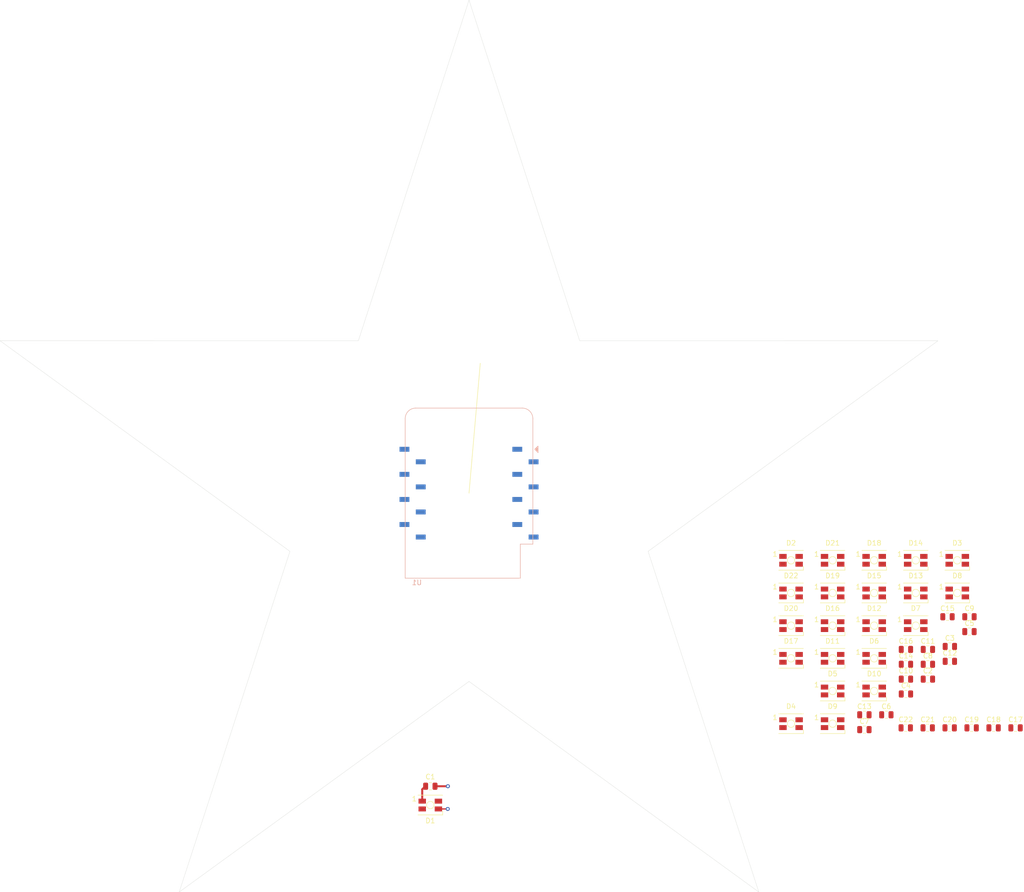
<source format=kicad_pcb>
(kicad_pcb (version 20171130) (host pcbnew 5.1.10-88a1d61d58~90~ubuntu20.04.1)

  (general
    (thickness 1.6)
    (drawings 11)
    (tracks 9)
    (zones 0)
    (modules 45)
    (nets 25)
  )

  (page A4)
  (layers
    (0 F.Cu signal)
    (31 B.Cu signal)
    (32 B.Adhes user)
    (33 F.Adhes user)
    (34 B.Paste user)
    (35 F.Paste user)
    (36 B.SilkS user)
    (37 F.SilkS user)
    (38 B.Mask user)
    (39 F.Mask user)
    (40 Dwgs.User user)
    (41 Cmts.User user)
    (42 Eco1.User user)
    (43 Eco2.User user)
    (44 Edge.Cuts user)
    (45 Margin user)
    (46 B.CrtYd user)
    (47 F.CrtYd user)
    (48 B.Fab user hide)
    (49 F.Fab user hide)
  )

  (setup
    (last_trace_width 0.25)
    (trace_clearance 0.2)
    (zone_clearance 0.508)
    (zone_45_only no)
    (trace_min 0.2)
    (via_size 0.8)
    (via_drill 0.4)
    (via_min_size 0.4)
    (via_min_drill 0.3)
    (uvia_size 0.3)
    (uvia_drill 0.1)
    (uvias_allowed no)
    (uvia_min_size 0.2)
    (uvia_min_drill 0.1)
    (edge_width 0.05)
    (segment_width 0.2)
    (pcb_text_width 0.3)
    (pcb_text_size 1.5 1.5)
    (mod_edge_width 0.12)
    (mod_text_size 1 1)
    (mod_text_width 0.15)
    (pad_size 1.524 1.524)
    (pad_drill 0.762)
    (pad_to_mask_clearance 0)
    (aux_axis_origin 113.57 89)
    (grid_origin 145.98 107.89)
    (visible_elements FFFFFF7F)
    (pcbplotparams
      (layerselection 0x010fc_ffffffff)
      (usegerberextensions false)
      (usegerberattributes true)
      (usegerberadvancedattributes true)
      (creategerberjobfile true)
      (excludeedgelayer true)
      (linewidth 0.100000)
      (plotframeref false)
      (viasonmask false)
      (mode 1)
      (useauxorigin false)
      (hpglpennumber 1)
      (hpglpenspeed 20)
      (hpglpendiameter 15.000000)
      (psnegative false)
      (psa4output false)
      (plotreference true)
      (plotvalue true)
      (plotinvisibletext false)
      (padsonsilk false)
      (subtractmaskfromsilk false)
      (outputformat 1)
      (mirror false)
      (drillshape 1)
      (scaleselection 1)
      (outputdirectory ""))
  )

  (net 0 "")
  (net 1 GND)
  (net 2 +5V)
  (net 3 "Net-(D1-Pad2)")
  (net 4 Din)
  (net 5 "Net-(D2-Pad2)")
  (net 6 "Net-(D3-Pad2)")
  (net 7 "Net-(D4-Pad2)")
  (net 8 "Net-(D5-Pad2)")
  (net 9 "Net-(D6-Pad2)")
  (net 10 "Net-(D7-Pad2)")
  (net 11 "Net-(D8-Pad2)")
  (net 12 "Net-(D10-Pad4)")
  (net 13 "Net-(D10-Pad2)")
  (net 14 "Net-(D11-Pad2)")
  (net 15 "Net-(D12-Pad2)")
  (net 16 "Net-(D13-Pad2)")
  (net 17 "Net-(D14-Pad2)")
  (net 18 "Net-(D15-Pad2)")
  (net 19 "Net-(D16-Pad2)")
  (net 20 "Net-(D17-Pad2)")
  (net 21 "Net-(D18-Pad2)")
  (net 22 "Net-(D19-Pad2)")
  (net 23 "Net-(D20-Pad2)")
  (net 24 "Net-(D21-Pad2)")

  (net_class Default "This is the default net class."
    (clearance 0.2)
    (trace_width 0.25)
    (via_dia 0.8)
    (via_drill 0.4)
    (uvia_dia 0.3)
    (uvia_drill 0.1)
    (add_net +5V)
    (add_net Din)
    (add_net GND)
    (add_net "Net-(D1-Pad2)")
    (add_net "Net-(D10-Pad2)")
    (add_net "Net-(D10-Pad4)")
    (add_net "Net-(D11-Pad2)")
    (add_net "Net-(D12-Pad2)")
    (add_net "Net-(D13-Pad2)")
    (add_net "Net-(D14-Pad2)")
    (add_net "Net-(D15-Pad2)")
    (add_net "Net-(D16-Pad2)")
    (add_net "Net-(D17-Pad2)")
    (add_net "Net-(D18-Pad2)")
    (add_net "Net-(D19-Pad2)")
    (add_net "Net-(D2-Pad2)")
    (add_net "Net-(D20-Pad2)")
    (add_net "Net-(D21-Pad2)")
    (add_net "Net-(D22-Pad2)")
    (add_net "Net-(D3-Pad2)")
    (add_net "Net-(D4-Pad2)")
    (add_net "Net-(D5-Pad2)")
    (add_net "Net-(D6-Pad2)")
    (add_net "Net-(D7-Pad2)")
    (add_net "Net-(D8-Pad2)")
    (add_net "Net-(U1-Pad1)")
    (add_net "Net-(U1-Pad12)")
    (add_net "Net-(U1-Pad13)")
    (add_net "Net-(U1-Pad14)")
    (add_net "Net-(U1-Pad15)")
    (add_net "Net-(U1-Pad16)")
    (add_net "Net-(U1-Pad2)")
    (add_net "Net-(U1-Pad3)")
    (add_net "Net-(U1-Pad4)")
    (add_net "Net-(U1-Pad5)")
    (add_net "Net-(U1-Pad6)")
    (add_net "Net-(U1-Pad7)")
    (add_net "Net-(U1-Pad8)")
  )

  (module lib_fp:WEMOS_D1_mini_light_SMD_header (layer B.Cu) (tedit 617AA211) (tstamp 617B57B9)
    (at 0 0 180)
    (descr "16-pin module, column spacing 22.86 mm (900 mils), https://wiki.wemos.cc/products:d1:d1_mini, https://c1.staticflickr.com/1/734/31400410271_f278b087db_z.jpg")
    (tags "ESP8266 WiFi microcontroller")
    (path /61787190)
    (fp_text reference U1 (at 10.57 -18.11) (layer B.SilkS)
      (effects (font (size 1 1) (thickness 0.15)) (justify mirror))
    )
    (fp_text value WeMos_D1_mini (at 0.07 18.39) (layer B.Fab)
      (effects (font (size 1 1) (thickness 0.15)) (justify mirror))
    )
    (fp_text user "No copper" (at 0 12.7) (layer Cmts.User)
      (effects (font (size 1 1) (thickness 0.15)))
    )
    (fp_text user "KEEP OUT" (at 0 15.24) (layer Cmts.User)
      (effects (font (size 1 1) (thickness 0.15)))
    )
    (fp_arc (start 10.8 15.1) (end 12.93 15.1) (angle 90) (layer B.SilkS) (width 0.12))
    (fp_arc (start -10.8 15.1) (end -10.8 17.23) (angle 90) (layer B.SilkS) (width 0.12))
    (fp_arc (start 10.8 15.1) (end 12.8 15.08) (angle 90) (layer B.Fab) (width 0.1))
    (fp_arc (start -10.8 15.1) (end -10.8 17.1) (angle 90) (layer B.Fab) (width 0.1))
    (fp_text user %R (at 0 -1.11) (layer B.Fab)
      (effects (font (size 1 1) (thickness 0.15)) (justify mirror))
    )
    (fp_line (start -10.39 -10.33) (end -10.39 -17.23) (layer B.SilkS) (width 0.12))
    (fp_line (start -12.93 -10.33) (end -10.39 -10.33) (layer B.SilkS) (width 0.12))
    (fp_line (start -11.8 8.89) (end -12.8 9.89) (layer B.Fab) (width 0.1))
    (fp_line (start -12.8 7.89) (end -11.8 8.89) (layer B.Fab) (width 0.1))
    (fp_line (start -12.8 15.1) (end -12.8 9.89) (layer B.Fab) (width 0.1))
    (fp_line (start -10.26 -10.2) (end -10.26 -17.1) (layer B.Fab) (width 0.1))
    (fp_line (start -12.8 -10.2) (end -10.26 -10.2) (layer B.Fab) (width 0.1))
    (fp_line (start -12.78 16.29) (end -11.98 17.09) (layer Dwgs.User) (width 0.1))
    (fp_line (start -12.73 14.34) (end -9.98 17.09) (layer Dwgs.User) (width 0.1))
    (fp_line (start -12.78 12.29) (end -7.98 17.09) (layer Dwgs.User) (width 0.1))
    (fp_line (start 11.22 10.29) (end 12.82 11.89) (layer Dwgs.User) (width 0.1))
    (fp_line (start 9.22 10.29) (end 12.82 13.89) (layer Dwgs.User) (width 0.1))
    (fp_line (start 7.22 10.29) (end 12.82 15.89) (layer Dwgs.User) (width 0.1))
    (fp_line (start 5.22 10.29) (end 12.02 17.09) (layer Dwgs.User) (width 0.1))
    (fp_line (start 3.22 10.29) (end 10.02 17.09) (layer Dwgs.User) (width 0.1))
    (fp_line (start 1.22 10.29) (end 8.02 17.09) (layer Dwgs.User) (width 0.1))
    (fp_line (start -0.78 10.29) (end 6.02 17.09) (layer Dwgs.User) (width 0.1))
    (fp_line (start -2.78 10.29) (end 4.02 17.09) (layer Dwgs.User) (width 0.1))
    (fp_line (start -4.78 10.29) (end 2.02 17.09) (layer Dwgs.User) (width 0.1))
    (fp_line (start -6.78 10.29) (end 0.02 17.09) (layer Dwgs.User) (width 0.1))
    (fp_line (start -8.78 10.29) (end -1.98 17.09) (layer Dwgs.User) (width 0.1))
    (fp_line (start -10.78 10.29) (end -3.98 17.09) (layer Dwgs.User) (width 0.1))
    (fp_line (start -12.78 10.29) (end -5.98 17.09) (layer Dwgs.User) (width 0.1))
    (fp_line (start -12.78 17.09) (end -12.78 10.29) (layer Dwgs.User) (width 0.1))
    (fp_line (start 12.82 17.09) (end -12.78 17.09) (layer Dwgs.User) (width 0.1))
    (fp_line (start 12.82 10.29) (end 12.82 17.09) (layer Dwgs.User) (width 0.1))
    (fp_line (start -12.78 10.29) (end 12.82 10.29) (layer Dwgs.User) (width 0.1))
    (fp_poly (pts (xy -13.97 9.525) (xy -13.97 8.255) (xy -13.335 8.89)) (layer B.SilkS) (width 0.15))
    (fp_line (start -13.05 -17.35) (end -13.05 17.35) (layer B.CrtYd) (width 0.05))
    (fp_line (start 13.05 -17.35) (end -13.05 -17.35) (layer B.CrtYd) (width 0.05))
    (fp_line (start 13.05 17.3) (end 13.05 -17.35) (layer B.CrtYd) (width 0.05))
    (fp_line (start -13.05 17.35) (end 13.05 17.35) (layer B.CrtYd) (width 0.05))
    (fp_line (start -12.8 7.89) (end -12.8 -10.2) (layer B.Fab) (width 0.1))
    (fp_line (start 10.8 17.1) (end -10.8 17.1) (layer B.Fab) (width 0.1))
    (fp_line (start 12.8 -17.1) (end 12.8 15.1) (layer B.Fab) (width 0.1))
    (fp_line (start -10.26 -17.1) (end 12.8 -17.1) (layer B.Fab) (width 0.1))
    (fp_line (start 10.81 17.23) (end -10.8 17.23) (layer B.SilkS) (width 0.12))
    (fp_line (start 12.93 -17.23) (end 12.93 15.1) (layer B.SilkS) (width 0.12))
    (fp_line (start -12.93 -10.33) (end -12.93 15.1) (layer B.SilkS) (width 0.12))
    (fp_line (start -10.39 -17.23) (end 12.93 -17.23) (layer B.SilkS) (width 0.12))
    (fp_line (start 10.06 7.89) (end 11.06 8.89) (layer B.Fab) (width 0.1))
    (pad 12 smd rect (at 13.08 -1.27 180) (size 2 1) (layers B.Cu B.Paste B.Mask))
    (pad 15 smd rect (at 9.78 6.35 180) (size 2 1) (layers B.Cu B.Paste B.Mask))
    (pad 11 smd rect (at 9.78 -3.81 180) (size 2 1) (layers B.Cu B.Paste B.Mask)
      (net 4 Din))
    (pad 14 smd rect (at 13.08 3.81 180) (size 2 1) (layers B.Cu B.Paste B.Mask))
    (pad 10 smd rect (at 13.08 -6.35 180) (size 2 1) (layers B.Cu B.Paste B.Mask)
      (net 1 GND))
    (pad 16 smd rect (at 13.08 8.89 180) (size 2 1) (layers B.Cu B.Paste B.Mask))
    (pad 9 smd rect (at 9.78 -8.89 180) (size 2 1) (layers B.Cu B.Paste B.Mask)
      (net 2 +5V))
    (pad 13 smd rect (at 9.78 1.27 180) (size 2 1) (layers B.Cu B.Paste B.Mask))
    (pad 8 smd rect (at -13.08 -8.89 180) (size 2 1) (layers B.Cu B.Paste B.Mask))
    (pad 6 smd rect (at -13.08 -3.81 180) (size 2 1) (layers B.Cu B.Paste B.Mask))
    (pad 4 smd rect (at -13.08 1.27 180) (size 2 1) (layers B.Cu B.Paste B.Mask))
    (pad 7 smd rect (at -9.78 -6.35 180) (size 2 1) (layers B.Cu B.Paste B.Mask))
    (pad 5 smd rect (at -9.78 -1.27 180) (size 2 1) (layers B.Cu B.Paste B.Mask))
    (pad 3 smd rect (at -9.78 3.81 180) (size 2 1) (layers B.Cu B.Paste B.Mask))
    (pad 1 smd rect (at -9.78 8.89 180) (size 2 1) (layers B.Cu B.Paste B.Mask))
    (pad 2 smd rect (at -13.08 6.35 180) (size 2 1) (layers B.Cu B.Paste B.Mask))
    (model ${KISYS3DMOD}/Module.3dshapes/WEMOS_D1_mini_light.wrl
      (at (xyz 0 0 0))
      (scale (xyz 1 1 1))
      (rotate (xyz 0 0 0))
    )
    (model ${KISYS3DMOD}/Connector_PinHeader_2.54mm.3dshapes/PinHeader_1x08_P2.54mm_Vertical.wrl
      (offset (xyz 0 0 9.5))
      (scale (xyz 1 1 1))
      (rotate (xyz 0 -180 0))
    )
    (model ${KISYS3DMOD}/Connector_PinHeader_2.54mm.3dshapes/PinHeader_1x08_P2.54mm_Vertical.wrl
      (offset (xyz 22.86 0 9.5))
      (scale (xyz 1 1 1))
      (rotate (xyz 0 -180 0))
    )
    (model ${KISYS3DMOD}/Connector_PinSocket_2.54mm.3dshapes/PinSocket_1x08_P2.54mm_Vertical.wrl
      (at (xyz 0 0 0))
      (scale (xyz 1 1 1))
      (rotate (xyz 0 0 0))
    )
    (model ${KISYS3DMOD}/Connector_PinSocket_2.54mm.3dshapes/PinSocket_1x08_P2.54mm_Vertical.wrl
      (offset (xyz 22.86 0 0))
      (scale (xyz 1 1 1))
      (rotate (xyz 0 0 0))
    )
  )

  (module Capacitor_SMD:C_0805_2012Metric (layer F.Cu) (tedit 5F68FEEE) (tstamp 6178D692)
    (at 88.48 47.55)
    (descr "Capacitor SMD 0805 (2012 Metric), square (rectangular) end terminal, IPC_7351 nominal, (Body size source: IPC-SM-782 page 76, https://www.pcb-3d.com/wordpress/wp-content/uploads/ipc-sm-782a_amendment_1_and_2.pdf, https://docs.google.com/spreadsheets/d/1BsfQQcO9C6DZCsRaXUlFlo91Tg2WpOkGARC1WS5S8t0/edit?usp=sharing), generated with kicad-footprint-generator")
    (tags capacitor)
    (path /619909AC)
    (attr smd)
    (fp_text reference C22 (at 0 -1.68) (layer F.SilkS)
      (effects (font (size 1 1) (thickness 0.15)))
    )
    (fp_text value C (at 0 1.68) (layer F.Fab)
      (effects (font (size 1 1) (thickness 0.15)))
    )
    (fp_line (start 1.7 0.98) (end -1.7 0.98) (layer F.CrtYd) (width 0.05))
    (fp_line (start 1.7 -0.98) (end 1.7 0.98) (layer F.CrtYd) (width 0.05))
    (fp_line (start -1.7 -0.98) (end 1.7 -0.98) (layer F.CrtYd) (width 0.05))
    (fp_line (start -1.7 0.98) (end -1.7 -0.98) (layer F.CrtYd) (width 0.05))
    (fp_line (start -0.261252 0.735) (end 0.261252 0.735) (layer F.SilkS) (width 0.12))
    (fp_line (start -0.261252 -0.735) (end 0.261252 -0.735) (layer F.SilkS) (width 0.12))
    (fp_line (start 1 0.625) (end -1 0.625) (layer F.Fab) (width 0.1))
    (fp_line (start 1 -0.625) (end 1 0.625) (layer F.Fab) (width 0.1))
    (fp_line (start -1 -0.625) (end 1 -0.625) (layer F.Fab) (width 0.1))
    (fp_line (start -1 0.625) (end -1 -0.625) (layer F.Fab) (width 0.1))
    (fp_text user %R (at 0 0) (layer F.Fab)
      (effects (font (size 0.5 0.5) (thickness 0.08)))
    )
    (pad 2 smd roundrect (at 0.95 0) (size 1 1.45) (layers F.Cu F.Paste F.Mask) (roundrect_rratio 0.25)
      (net 1 GND))
    (pad 1 smd roundrect (at -0.95 0) (size 1 1.45) (layers F.Cu F.Paste F.Mask) (roundrect_rratio 0.25)
      (net 2 +5V))
    (model ${KISYS3DMOD}/Capacitor_SMD.3dshapes/C_0805_2012Metric.wrl
      (at (xyz 0 0 0))
      (scale (xyz 1 1 1))
      (rotate (xyz 0 0 0))
    )
  )

  (module Capacitor_SMD:C_0805_2012Metric (layer F.Cu) (tedit 5F68FEEE) (tstamp 6178D681)
    (at 92.93 47.55)
    (descr "Capacitor SMD 0805 (2012 Metric), square (rectangular) end terminal, IPC_7351 nominal, (Body size source: IPC-SM-782 page 76, https://www.pcb-3d.com/wordpress/wp-content/uploads/ipc-sm-782a_amendment_1_and_2.pdf, https://docs.google.com/spreadsheets/d/1BsfQQcO9C6DZCsRaXUlFlo91Tg2WpOkGARC1WS5S8t0/edit?usp=sharing), generated with kicad-footprint-generator")
    (tags capacitor)
    (path /61990997)
    (attr smd)
    (fp_text reference C21 (at 0 -1.68) (layer F.SilkS)
      (effects (font (size 1 1) (thickness 0.15)))
    )
    (fp_text value C (at 0 1.68) (layer F.Fab)
      (effects (font (size 1 1) (thickness 0.15)))
    )
    (fp_line (start 1.7 0.98) (end -1.7 0.98) (layer F.CrtYd) (width 0.05))
    (fp_line (start 1.7 -0.98) (end 1.7 0.98) (layer F.CrtYd) (width 0.05))
    (fp_line (start -1.7 -0.98) (end 1.7 -0.98) (layer F.CrtYd) (width 0.05))
    (fp_line (start -1.7 0.98) (end -1.7 -0.98) (layer F.CrtYd) (width 0.05))
    (fp_line (start -0.261252 0.735) (end 0.261252 0.735) (layer F.SilkS) (width 0.12))
    (fp_line (start -0.261252 -0.735) (end 0.261252 -0.735) (layer F.SilkS) (width 0.12))
    (fp_line (start 1 0.625) (end -1 0.625) (layer F.Fab) (width 0.1))
    (fp_line (start 1 -0.625) (end 1 0.625) (layer F.Fab) (width 0.1))
    (fp_line (start -1 -0.625) (end 1 -0.625) (layer F.Fab) (width 0.1))
    (fp_line (start -1 0.625) (end -1 -0.625) (layer F.Fab) (width 0.1))
    (fp_text user %R (at 0 0) (layer F.Fab)
      (effects (font (size 0.5 0.5) (thickness 0.08)))
    )
    (pad 2 smd roundrect (at 0.95 0) (size 1 1.45) (layers F.Cu F.Paste F.Mask) (roundrect_rratio 0.25)
      (net 1 GND))
    (pad 1 smd roundrect (at -0.95 0) (size 1 1.45) (layers F.Cu F.Paste F.Mask) (roundrect_rratio 0.25)
      (net 2 +5V))
    (model ${KISYS3DMOD}/Capacitor_SMD.3dshapes/C_0805_2012Metric.wrl
      (at (xyz 0 0 0))
      (scale (xyz 1 1 1))
      (rotate (xyz 0 0 0))
    )
  )

  (module Capacitor_SMD:C_0805_2012Metric (layer F.Cu) (tedit 5F68FEEE) (tstamp 6178D670)
    (at 97.38 47.55)
    (descr "Capacitor SMD 0805 (2012 Metric), square (rectangular) end terminal, IPC_7351 nominal, (Body size source: IPC-SM-782 page 76, https://www.pcb-3d.com/wordpress/wp-content/uploads/ipc-sm-782a_amendment_1_and_2.pdf, https://docs.google.com/spreadsheets/d/1BsfQQcO9C6DZCsRaXUlFlo91Tg2WpOkGARC1WS5S8t0/edit?usp=sharing), generated with kicad-footprint-generator")
    (tags capacitor)
    (path /61990982)
    (attr smd)
    (fp_text reference C20 (at 0 -1.68) (layer F.SilkS)
      (effects (font (size 1 1) (thickness 0.15)))
    )
    (fp_text value C (at 0 1.68) (layer F.Fab)
      (effects (font (size 1 1) (thickness 0.15)))
    )
    (fp_line (start 1.7 0.98) (end -1.7 0.98) (layer F.CrtYd) (width 0.05))
    (fp_line (start 1.7 -0.98) (end 1.7 0.98) (layer F.CrtYd) (width 0.05))
    (fp_line (start -1.7 -0.98) (end 1.7 -0.98) (layer F.CrtYd) (width 0.05))
    (fp_line (start -1.7 0.98) (end -1.7 -0.98) (layer F.CrtYd) (width 0.05))
    (fp_line (start -0.261252 0.735) (end 0.261252 0.735) (layer F.SilkS) (width 0.12))
    (fp_line (start -0.261252 -0.735) (end 0.261252 -0.735) (layer F.SilkS) (width 0.12))
    (fp_line (start 1 0.625) (end -1 0.625) (layer F.Fab) (width 0.1))
    (fp_line (start 1 -0.625) (end 1 0.625) (layer F.Fab) (width 0.1))
    (fp_line (start -1 -0.625) (end 1 -0.625) (layer F.Fab) (width 0.1))
    (fp_line (start -1 0.625) (end -1 -0.625) (layer F.Fab) (width 0.1))
    (fp_text user %R (at 0 0) (layer F.Fab)
      (effects (font (size 0.5 0.5) (thickness 0.08)))
    )
    (pad 2 smd roundrect (at 0.95 0) (size 1 1.45) (layers F.Cu F.Paste F.Mask) (roundrect_rratio 0.25)
      (net 1 GND))
    (pad 1 smd roundrect (at -0.95 0) (size 1 1.45) (layers F.Cu F.Paste F.Mask) (roundrect_rratio 0.25)
      (net 2 +5V))
    (model ${KISYS3DMOD}/Capacitor_SMD.3dshapes/C_0805_2012Metric.wrl
      (at (xyz 0 0 0))
      (scale (xyz 1 1 1))
      (rotate (xyz 0 0 0))
    )
  )

  (module Capacitor_SMD:C_0805_2012Metric (layer F.Cu) (tedit 5F68FEEE) (tstamp 6178D65F)
    (at 101.83 47.55)
    (descr "Capacitor SMD 0805 (2012 Metric), square (rectangular) end terminal, IPC_7351 nominal, (Body size source: IPC-SM-782 page 76, https://www.pcb-3d.com/wordpress/wp-content/uploads/ipc-sm-782a_amendment_1_and_2.pdf, https://docs.google.com/spreadsheets/d/1BsfQQcO9C6DZCsRaXUlFlo91Tg2WpOkGARC1WS5S8t0/edit?usp=sharing), generated with kicad-footprint-generator")
    (tags capacitor)
    (path /6199096D)
    (attr smd)
    (fp_text reference C19 (at 0 -1.68) (layer F.SilkS)
      (effects (font (size 1 1) (thickness 0.15)))
    )
    (fp_text value C (at 0 1.68) (layer F.Fab)
      (effects (font (size 1 1) (thickness 0.15)))
    )
    (fp_line (start 1.7 0.98) (end -1.7 0.98) (layer F.CrtYd) (width 0.05))
    (fp_line (start 1.7 -0.98) (end 1.7 0.98) (layer F.CrtYd) (width 0.05))
    (fp_line (start -1.7 -0.98) (end 1.7 -0.98) (layer F.CrtYd) (width 0.05))
    (fp_line (start -1.7 0.98) (end -1.7 -0.98) (layer F.CrtYd) (width 0.05))
    (fp_line (start -0.261252 0.735) (end 0.261252 0.735) (layer F.SilkS) (width 0.12))
    (fp_line (start -0.261252 -0.735) (end 0.261252 -0.735) (layer F.SilkS) (width 0.12))
    (fp_line (start 1 0.625) (end -1 0.625) (layer F.Fab) (width 0.1))
    (fp_line (start 1 -0.625) (end 1 0.625) (layer F.Fab) (width 0.1))
    (fp_line (start -1 -0.625) (end 1 -0.625) (layer F.Fab) (width 0.1))
    (fp_line (start -1 0.625) (end -1 -0.625) (layer F.Fab) (width 0.1))
    (fp_text user %R (at 0 0) (layer F.Fab)
      (effects (font (size 0.5 0.5) (thickness 0.08)))
    )
    (pad 2 smd roundrect (at 0.95 0) (size 1 1.45) (layers F.Cu F.Paste F.Mask) (roundrect_rratio 0.25)
      (net 1 GND))
    (pad 1 smd roundrect (at -0.95 0) (size 1 1.45) (layers F.Cu F.Paste F.Mask) (roundrect_rratio 0.25)
      (net 2 +5V))
    (model ${KISYS3DMOD}/Capacitor_SMD.3dshapes/C_0805_2012Metric.wrl
      (at (xyz 0 0 0))
      (scale (xyz 1 1 1))
      (rotate (xyz 0 0 0))
    )
  )

  (module Capacitor_SMD:C_0805_2012Metric (layer F.Cu) (tedit 5F68FEEE) (tstamp 6178D64E)
    (at 106.28 47.55)
    (descr "Capacitor SMD 0805 (2012 Metric), square (rectangular) end terminal, IPC_7351 nominal, (Body size source: IPC-SM-782 page 76, https://www.pcb-3d.com/wordpress/wp-content/uploads/ipc-sm-782a_amendment_1_and_2.pdf, https://docs.google.com/spreadsheets/d/1BsfQQcO9C6DZCsRaXUlFlo91Tg2WpOkGARC1WS5S8t0/edit?usp=sharing), generated with kicad-footprint-generator")
    (tags capacitor)
    (path /61990958)
    (attr smd)
    (fp_text reference C18 (at 0 -1.68) (layer F.SilkS)
      (effects (font (size 1 1) (thickness 0.15)))
    )
    (fp_text value C (at 0 1.68) (layer F.Fab)
      (effects (font (size 1 1) (thickness 0.15)))
    )
    (fp_line (start 1.7 0.98) (end -1.7 0.98) (layer F.CrtYd) (width 0.05))
    (fp_line (start 1.7 -0.98) (end 1.7 0.98) (layer F.CrtYd) (width 0.05))
    (fp_line (start -1.7 -0.98) (end 1.7 -0.98) (layer F.CrtYd) (width 0.05))
    (fp_line (start -1.7 0.98) (end -1.7 -0.98) (layer F.CrtYd) (width 0.05))
    (fp_line (start -0.261252 0.735) (end 0.261252 0.735) (layer F.SilkS) (width 0.12))
    (fp_line (start -0.261252 -0.735) (end 0.261252 -0.735) (layer F.SilkS) (width 0.12))
    (fp_line (start 1 0.625) (end -1 0.625) (layer F.Fab) (width 0.1))
    (fp_line (start 1 -0.625) (end 1 0.625) (layer F.Fab) (width 0.1))
    (fp_line (start -1 -0.625) (end 1 -0.625) (layer F.Fab) (width 0.1))
    (fp_line (start -1 0.625) (end -1 -0.625) (layer F.Fab) (width 0.1))
    (fp_text user %R (at 0 0) (layer F.Fab)
      (effects (font (size 0.5 0.5) (thickness 0.08)))
    )
    (pad 2 smd roundrect (at 0.95 0) (size 1 1.45) (layers F.Cu F.Paste F.Mask) (roundrect_rratio 0.25)
      (net 1 GND))
    (pad 1 smd roundrect (at -0.95 0) (size 1 1.45) (layers F.Cu F.Paste F.Mask) (roundrect_rratio 0.25)
      (net 2 +5V))
    (model ${KISYS3DMOD}/Capacitor_SMD.3dshapes/C_0805_2012Metric.wrl
      (at (xyz 0 0 0))
      (scale (xyz 1 1 1))
      (rotate (xyz 0 0 0))
    )
  )

  (module Capacitor_SMD:C_0805_2012Metric (layer F.Cu) (tedit 5F68FEEE) (tstamp 6178D63D)
    (at 110.73 47.55)
    (descr "Capacitor SMD 0805 (2012 Metric), square (rectangular) end terminal, IPC_7351 nominal, (Body size source: IPC-SM-782 page 76, https://www.pcb-3d.com/wordpress/wp-content/uploads/ipc-sm-782a_amendment_1_and_2.pdf, https://docs.google.com/spreadsheets/d/1BsfQQcO9C6DZCsRaXUlFlo91Tg2WpOkGARC1WS5S8t0/edit?usp=sharing), generated with kicad-footprint-generator")
    (tags capacitor)
    (path /61990943)
    (attr smd)
    (fp_text reference C17 (at 0 -1.68) (layer F.SilkS)
      (effects (font (size 1 1) (thickness 0.15)))
    )
    (fp_text value C (at 0 1.68) (layer F.Fab)
      (effects (font (size 1 1) (thickness 0.15)))
    )
    (fp_line (start 1.7 0.98) (end -1.7 0.98) (layer F.CrtYd) (width 0.05))
    (fp_line (start 1.7 -0.98) (end 1.7 0.98) (layer F.CrtYd) (width 0.05))
    (fp_line (start -1.7 -0.98) (end 1.7 -0.98) (layer F.CrtYd) (width 0.05))
    (fp_line (start -1.7 0.98) (end -1.7 -0.98) (layer F.CrtYd) (width 0.05))
    (fp_line (start -0.261252 0.735) (end 0.261252 0.735) (layer F.SilkS) (width 0.12))
    (fp_line (start -0.261252 -0.735) (end 0.261252 -0.735) (layer F.SilkS) (width 0.12))
    (fp_line (start 1 0.625) (end -1 0.625) (layer F.Fab) (width 0.1))
    (fp_line (start 1 -0.625) (end 1 0.625) (layer F.Fab) (width 0.1))
    (fp_line (start -1 -0.625) (end 1 -0.625) (layer F.Fab) (width 0.1))
    (fp_line (start -1 0.625) (end -1 -0.625) (layer F.Fab) (width 0.1))
    (fp_text user %R (at 0 0) (layer F.Fab)
      (effects (font (size 0.5 0.5) (thickness 0.08)))
    )
    (pad 2 smd roundrect (at 0.95 0) (size 1 1.45) (layers F.Cu F.Paste F.Mask) (roundrect_rratio 0.25)
      (net 1 GND))
    (pad 1 smd roundrect (at -0.95 0) (size 1 1.45) (layers F.Cu F.Paste F.Mask) (roundrect_rratio 0.25)
      (net 2 +5V))
    (model ${KISYS3DMOD}/Capacitor_SMD.3dshapes/C_0805_2012Metric.wrl
      (at (xyz 0 0 0))
      (scale (xyz 1 1 1))
      (rotate (xyz 0 0 0))
    )
  )

  (module Capacitor_SMD:C_0805_2012Metric (layer F.Cu) (tedit 5F68FEEE) (tstamp 6178D62C)
    (at 88.52 31.66)
    (descr "Capacitor SMD 0805 (2012 Metric), square (rectangular) end terminal, IPC_7351 nominal, (Body size source: IPC-SM-782 page 76, https://www.pcb-3d.com/wordpress/wp-content/uploads/ipc-sm-782a_amendment_1_and_2.pdf, https://docs.google.com/spreadsheets/d/1BsfQQcO9C6DZCsRaXUlFlo91Tg2WpOkGARC1WS5S8t0/edit?usp=sharing), generated with kicad-footprint-generator")
    (tags capacitor)
    (path /6196A792)
    (attr smd)
    (fp_text reference C16 (at 0 -1.68) (layer F.SilkS)
      (effects (font (size 1 1) (thickness 0.15)))
    )
    (fp_text value C (at 0 1.68) (layer F.Fab)
      (effects (font (size 1 1) (thickness 0.15)))
    )
    (fp_line (start 1.7 0.98) (end -1.7 0.98) (layer F.CrtYd) (width 0.05))
    (fp_line (start 1.7 -0.98) (end 1.7 0.98) (layer F.CrtYd) (width 0.05))
    (fp_line (start -1.7 -0.98) (end 1.7 -0.98) (layer F.CrtYd) (width 0.05))
    (fp_line (start -1.7 0.98) (end -1.7 -0.98) (layer F.CrtYd) (width 0.05))
    (fp_line (start -0.261252 0.735) (end 0.261252 0.735) (layer F.SilkS) (width 0.12))
    (fp_line (start -0.261252 -0.735) (end 0.261252 -0.735) (layer F.SilkS) (width 0.12))
    (fp_line (start 1 0.625) (end -1 0.625) (layer F.Fab) (width 0.1))
    (fp_line (start 1 -0.625) (end 1 0.625) (layer F.Fab) (width 0.1))
    (fp_line (start -1 -0.625) (end 1 -0.625) (layer F.Fab) (width 0.1))
    (fp_line (start -1 0.625) (end -1 -0.625) (layer F.Fab) (width 0.1))
    (fp_text user %R (at 0 0) (layer F.Fab)
      (effects (font (size 0.5 0.5) (thickness 0.08)))
    )
    (pad 2 smd roundrect (at 0.95 0) (size 1 1.45) (layers F.Cu F.Paste F.Mask) (roundrect_rratio 0.25)
      (net 1 GND))
    (pad 1 smd roundrect (at -0.95 0) (size 1 1.45) (layers F.Cu F.Paste F.Mask) (roundrect_rratio 0.25)
      (net 2 +5V))
    (model ${KISYS3DMOD}/Capacitor_SMD.3dshapes/C_0805_2012Metric.wrl
      (at (xyz 0 0 0))
      (scale (xyz 1 1 1))
      (rotate (xyz 0 0 0))
    )
  )

  (module Capacitor_SMD:C_0805_2012Metric (layer F.Cu) (tedit 5F68FEEE) (tstamp 6178D61B)
    (at 96.94 25.04)
    (descr "Capacitor SMD 0805 (2012 Metric), square (rectangular) end terminal, IPC_7351 nominal, (Body size source: IPC-SM-782 page 76, https://www.pcb-3d.com/wordpress/wp-content/uploads/ipc-sm-782a_amendment_1_and_2.pdf, https://docs.google.com/spreadsheets/d/1BsfQQcO9C6DZCsRaXUlFlo91Tg2WpOkGARC1WS5S8t0/edit?usp=sharing), generated with kicad-footprint-generator")
    (tags capacitor)
    (path /6196A77D)
    (attr smd)
    (fp_text reference C15 (at 0 -1.68) (layer F.SilkS)
      (effects (font (size 1 1) (thickness 0.15)))
    )
    (fp_text value C (at 0 1.68) (layer F.Fab)
      (effects (font (size 1 1) (thickness 0.15)))
    )
    (fp_line (start 1.7 0.98) (end -1.7 0.98) (layer F.CrtYd) (width 0.05))
    (fp_line (start 1.7 -0.98) (end 1.7 0.98) (layer F.CrtYd) (width 0.05))
    (fp_line (start -1.7 -0.98) (end 1.7 -0.98) (layer F.CrtYd) (width 0.05))
    (fp_line (start -1.7 0.98) (end -1.7 -0.98) (layer F.CrtYd) (width 0.05))
    (fp_line (start -0.261252 0.735) (end 0.261252 0.735) (layer F.SilkS) (width 0.12))
    (fp_line (start -0.261252 -0.735) (end 0.261252 -0.735) (layer F.SilkS) (width 0.12))
    (fp_line (start 1 0.625) (end -1 0.625) (layer F.Fab) (width 0.1))
    (fp_line (start 1 -0.625) (end 1 0.625) (layer F.Fab) (width 0.1))
    (fp_line (start -1 -0.625) (end 1 -0.625) (layer F.Fab) (width 0.1))
    (fp_line (start -1 0.625) (end -1 -0.625) (layer F.Fab) (width 0.1))
    (fp_text user %R (at 0 0) (layer F.Fab)
      (effects (font (size 0.5 0.5) (thickness 0.08)))
    )
    (pad 2 smd roundrect (at 0.95 0) (size 1 1.45) (layers F.Cu F.Paste F.Mask) (roundrect_rratio 0.25)
      (net 1 GND))
    (pad 1 smd roundrect (at -0.95 0) (size 1 1.45) (layers F.Cu F.Paste F.Mask) (roundrect_rratio 0.25)
      (net 2 +5V))
    (model ${KISYS3DMOD}/Capacitor_SMD.3dshapes/C_0805_2012Metric.wrl
      (at (xyz 0 0 0))
      (scale (xyz 1 1 1))
      (rotate (xyz 0 0 0))
    )
  )

  (module Capacitor_SMD:C_0805_2012Metric (layer F.Cu) (tedit 5F68FEEE) (tstamp 6178D60A)
    (at 88.52 34.67)
    (descr "Capacitor SMD 0805 (2012 Metric), square (rectangular) end terminal, IPC_7351 nominal, (Body size source: IPC-SM-782 page 76, https://www.pcb-3d.com/wordpress/wp-content/uploads/ipc-sm-782a_amendment_1_and_2.pdf, https://docs.google.com/spreadsheets/d/1BsfQQcO9C6DZCsRaXUlFlo91Tg2WpOkGARC1WS5S8t0/edit?usp=sharing), generated with kicad-footprint-generator")
    (tags capacitor)
    (path /6196A768)
    (attr smd)
    (fp_text reference C14 (at 0 -1.68) (layer F.SilkS)
      (effects (font (size 1 1) (thickness 0.15)))
    )
    (fp_text value C (at 0 1.68) (layer F.Fab)
      (effects (font (size 1 1) (thickness 0.15)))
    )
    (fp_line (start 1.7 0.98) (end -1.7 0.98) (layer F.CrtYd) (width 0.05))
    (fp_line (start 1.7 -0.98) (end 1.7 0.98) (layer F.CrtYd) (width 0.05))
    (fp_line (start -1.7 -0.98) (end 1.7 -0.98) (layer F.CrtYd) (width 0.05))
    (fp_line (start -1.7 0.98) (end -1.7 -0.98) (layer F.CrtYd) (width 0.05))
    (fp_line (start -0.261252 0.735) (end 0.261252 0.735) (layer F.SilkS) (width 0.12))
    (fp_line (start -0.261252 -0.735) (end 0.261252 -0.735) (layer F.SilkS) (width 0.12))
    (fp_line (start 1 0.625) (end -1 0.625) (layer F.Fab) (width 0.1))
    (fp_line (start 1 -0.625) (end 1 0.625) (layer F.Fab) (width 0.1))
    (fp_line (start -1 -0.625) (end 1 -0.625) (layer F.Fab) (width 0.1))
    (fp_line (start -1 0.625) (end -1 -0.625) (layer F.Fab) (width 0.1))
    (fp_text user %R (at 0 0) (layer F.Fab)
      (effects (font (size 0.5 0.5) (thickness 0.08)))
    )
    (pad 2 smd roundrect (at 0.95 0) (size 1 1.45) (layers F.Cu F.Paste F.Mask) (roundrect_rratio 0.25)
      (net 1 GND))
    (pad 1 smd roundrect (at -0.95 0) (size 1 1.45) (layers F.Cu F.Paste F.Mask) (roundrect_rratio 0.25)
      (net 2 +5V))
    (model ${KISYS3DMOD}/Capacitor_SMD.3dshapes/C_0805_2012Metric.wrl
      (at (xyz 0 0 0))
      (scale (xyz 1 1 1))
      (rotate (xyz 0 0 0))
    )
  )

  (module Capacitor_SMD:C_0805_2012Metric (layer F.Cu) (tedit 5F68FEEE) (tstamp 6178D5F9)
    (at 80.1 44.9)
    (descr "Capacitor SMD 0805 (2012 Metric), square (rectangular) end terminal, IPC_7351 nominal, (Body size source: IPC-SM-782 page 76, https://www.pcb-3d.com/wordpress/wp-content/uploads/ipc-sm-782a_amendment_1_and_2.pdf, https://docs.google.com/spreadsheets/d/1BsfQQcO9C6DZCsRaXUlFlo91Tg2WpOkGARC1WS5S8t0/edit?usp=sharing), generated with kicad-footprint-generator")
    (tags capacitor)
    (path /6196A753)
    (attr smd)
    (fp_text reference C13 (at 0 -1.68) (layer F.SilkS)
      (effects (font (size 1 1) (thickness 0.15)))
    )
    (fp_text value C (at 0 1.68) (layer F.Fab)
      (effects (font (size 1 1) (thickness 0.15)))
    )
    (fp_line (start 1.7 0.98) (end -1.7 0.98) (layer F.CrtYd) (width 0.05))
    (fp_line (start 1.7 -0.98) (end 1.7 0.98) (layer F.CrtYd) (width 0.05))
    (fp_line (start -1.7 -0.98) (end 1.7 -0.98) (layer F.CrtYd) (width 0.05))
    (fp_line (start -1.7 0.98) (end -1.7 -0.98) (layer F.CrtYd) (width 0.05))
    (fp_line (start -0.261252 0.735) (end 0.261252 0.735) (layer F.SilkS) (width 0.12))
    (fp_line (start -0.261252 -0.735) (end 0.261252 -0.735) (layer F.SilkS) (width 0.12))
    (fp_line (start 1 0.625) (end -1 0.625) (layer F.Fab) (width 0.1))
    (fp_line (start 1 -0.625) (end 1 0.625) (layer F.Fab) (width 0.1))
    (fp_line (start -1 -0.625) (end 1 -0.625) (layer F.Fab) (width 0.1))
    (fp_line (start -1 0.625) (end -1 -0.625) (layer F.Fab) (width 0.1))
    (fp_text user %R (at 0 0) (layer F.Fab)
      (effects (font (size 0.5 0.5) (thickness 0.08)))
    )
    (pad 2 smd roundrect (at 0.95 0) (size 1 1.45) (layers F.Cu F.Paste F.Mask) (roundrect_rratio 0.25)
      (net 1 GND))
    (pad 1 smd roundrect (at -0.95 0) (size 1 1.45) (layers F.Cu F.Paste F.Mask) (roundrect_rratio 0.25)
      (net 2 +5V))
    (model ${KISYS3DMOD}/Capacitor_SMD.3dshapes/C_0805_2012Metric.wrl
      (at (xyz 0 0 0))
      (scale (xyz 1 1 1))
      (rotate (xyz 0 0 0))
    )
  )

  (module Capacitor_SMD:C_0805_2012Metric (layer F.Cu) (tedit 5F68FEEE) (tstamp 6178D5E8)
    (at 97.42 34.07)
    (descr "Capacitor SMD 0805 (2012 Metric), square (rectangular) end terminal, IPC_7351 nominal, (Body size source: IPC-SM-782 page 76, https://www.pcb-3d.com/wordpress/wp-content/uploads/ipc-sm-782a_amendment_1_and_2.pdf, https://docs.google.com/spreadsheets/d/1BsfQQcO9C6DZCsRaXUlFlo91Tg2WpOkGARC1WS5S8t0/edit?usp=sharing), generated with kicad-footprint-generator")
    (tags capacitor)
    (path /6196A73E)
    (attr smd)
    (fp_text reference C12 (at 0 -1.68) (layer F.SilkS)
      (effects (font (size 1 1) (thickness 0.15)))
    )
    (fp_text value C (at 0 1.68) (layer F.Fab)
      (effects (font (size 1 1) (thickness 0.15)))
    )
    (fp_line (start 1.7 0.98) (end -1.7 0.98) (layer F.CrtYd) (width 0.05))
    (fp_line (start 1.7 -0.98) (end 1.7 0.98) (layer F.CrtYd) (width 0.05))
    (fp_line (start -1.7 -0.98) (end 1.7 -0.98) (layer F.CrtYd) (width 0.05))
    (fp_line (start -1.7 0.98) (end -1.7 -0.98) (layer F.CrtYd) (width 0.05))
    (fp_line (start -0.261252 0.735) (end 0.261252 0.735) (layer F.SilkS) (width 0.12))
    (fp_line (start -0.261252 -0.735) (end 0.261252 -0.735) (layer F.SilkS) (width 0.12))
    (fp_line (start 1 0.625) (end -1 0.625) (layer F.Fab) (width 0.1))
    (fp_line (start 1 -0.625) (end 1 0.625) (layer F.Fab) (width 0.1))
    (fp_line (start -1 -0.625) (end 1 -0.625) (layer F.Fab) (width 0.1))
    (fp_line (start -1 0.625) (end -1 -0.625) (layer F.Fab) (width 0.1))
    (fp_text user %R (at 0 0) (layer F.Fab)
      (effects (font (size 0.5 0.5) (thickness 0.08)))
    )
    (pad 2 smd roundrect (at 0.95 0) (size 1 1.45) (layers F.Cu F.Paste F.Mask) (roundrect_rratio 0.25)
      (net 1 GND))
    (pad 1 smd roundrect (at -0.95 0) (size 1 1.45) (layers F.Cu F.Paste F.Mask) (roundrect_rratio 0.25)
      (net 2 +5V))
    (model ${KISYS3DMOD}/Capacitor_SMD.3dshapes/C_0805_2012Metric.wrl
      (at (xyz 0 0 0))
      (scale (xyz 1 1 1))
      (rotate (xyz 0 0 0))
    )
  )

  (module Capacitor_SMD:C_0805_2012Metric (layer F.Cu) (tedit 5F68FEEE) (tstamp 6178D5D7)
    (at 92.97 31.66)
    (descr "Capacitor SMD 0805 (2012 Metric), square (rectangular) end terminal, IPC_7351 nominal, (Body size source: IPC-SM-782 page 76, https://www.pcb-3d.com/wordpress/wp-content/uploads/ipc-sm-782a_amendment_1_and_2.pdf, https://docs.google.com/spreadsheets/d/1BsfQQcO9C6DZCsRaXUlFlo91Tg2WpOkGARC1WS5S8t0/edit?usp=sharing), generated with kicad-footprint-generator")
    (tags capacitor)
    (path /6196A729)
    (attr smd)
    (fp_text reference C11 (at 0 -1.68) (layer F.SilkS)
      (effects (font (size 1 1) (thickness 0.15)))
    )
    (fp_text value C (at 0 1.68) (layer F.Fab)
      (effects (font (size 1 1) (thickness 0.15)))
    )
    (fp_line (start 1.7 0.98) (end -1.7 0.98) (layer F.CrtYd) (width 0.05))
    (fp_line (start 1.7 -0.98) (end 1.7 0.98) (layer F.CrtYd) (width 0.05))
    (fp_line (start -1.7 -0.98) (end 1.7 -0.98) (layer F.CrtYd) (width 0.05))
    (fp_line (start -1.7 0.98) (end -1.7 -0.98) (layer F.CrtYd) (width 0.05))
    (fp_line (start -0.261252 0.735) (end 0.261252 0.735) (layer F.SilkS) (width 0.12))
    (fp_line (start -0.261252 -0.735) (end 0.261252 -0.735) (layer F.SilkS) (width 0.12))
    (fp_line (start 1 0.625) (end -1 0.625) (layer F.Fab) (width 0.1))
    (fp_line (start 1 -0.625) (end 1 0.625) (layer F.Fab) (width 0.1))
    (fp_line (start -1 -0.625) (end 1 -0.625) (layer F.Fab) (width 0.1))
    (fp_line (start -1 0.625) (end -1 -0.625) (layer F.Fab) (width 0.1))
    (fp_text user %R (at 0 0) (layer F.Fab)
      (effects (font (size 0.5 0.5) (thickness 0.08)))
    )
    (pad 2 smd roundrect (at 0.95 0) (size 1 1.45) (layers F.Cu F.Paste F.Mask) (roundrect_rratio 0.25)
      (net 1 GND))
    (pad 1 smd roundrect (at -0.95 0) (size 1 1.45) (layers F.Cu F.Paste F.Mask) (roundrect_rratio 0.25)
      (net 2 +5V))
    (model ${KISYS3DMOD}/Capacitor_SMD.3dshapes/C_0805_2012Metric.wrl
      (at (xyz 0 0 0))
      (scale (xyz 1 1 1))
      (rotate (xyz 0 0 0))
    )
  )

  (module Capacitor_SMD:C_0805_2012Metric (layer F.Cu) (tedit 5F68FEEE) (tstamp 6178D5C6)
    (at 88.52 37.68)
    (descr "Capacitor SMD 0805 (2012 Metric), square (rectangular) end terminal, IPC_7351 nominal, (Body size source: IPC-SM-782 page 76, https://www.pcb-3d.com/wordpress/wp-content/uploads/ipc-sm-782a_amendment_1_and_2.pdf, https://docs.google.com/spreadsheets/d/1BsfQQcO9C6DZCsRaXUlFlo91Tg2WpOkGARC1WS5S8t0/edit?usp=sharing), generated with kicad-footprint-generator")
    (tags capacitor)
    (path /6196A714)
    (attr smd)
    (fp_text reference C10 (at 0 -1.68) (layer F.SilkS)
      (effects (font (size 1 1) (thickness 0.15)))
    )
    (fp_text value C (at 0 1.68) (layer F.Fab)
      (effects (font (size 1 1) (thickness 0.15)))
    )
    (fp_line (start 1.7 0.98) (end -1.7 0.98) (layer F.CrtYd) (width 0.05))
    (fp_line (start 1.7 -0.98) (end 1.7 0.98) (layer F.CrtYd) (width 0.05))
    (fp_line (start -1.7 -0.98) (end 1.7 -0.98) (layer F.CrtYd) (width 0.05))
    (fp_line (start -1.7 0.98) (end -1.7 -0.98) (layer F.CrtYd) (width 0.05))
    (fp_line (start -0.261252 0.735) (end 0.261252 0.735) (layer F.SilkS) (width 0.12))
    (fp_line (start -0.261252 -0.735) (end 0.261252 -0.735) (layer F.SilkS) (width 0.12))
    (fp_line (start 1 0.625) (end -1 0.625) (layer F.Fab) (width 0.1))
    (fp_line (start 1 -0.625) (end 1 0.625) (layer F.Fab) (width 0.1))
    (fp_line (start -1 -0.625) (end 1 -0.625) (layer F.Fab) (width 0.1))
    (fp_line (start -1 0.625) (end -1 -0.625) (layer F.Fab) (width 0.1))
    (fp_text user %R (at 0 0) (layer F.Fab)
      (effects (font (size 0.5 0.5) (thickness 0.08)))
    )
    (pad 2 smd roundrect (at 0.95 0) (size 1 1.45) (layers F.Cu F.Paste F.Mask) (roundrect_rratio 0.25)
      (net 1 GND))
    (pad 1 smd roundrect (at -0.95 0) (size 1 1.45) (layers F.Cu F.Paste F.Mask) (roundrect_rratio 0.25)
      (net 2 +5V))
    (model ${KISYS3DMOD}/Capacitor_SMD.3dshapes/C_0805_2012Metric.wrl
      (at (xyz 0 0 0))
      (scale (xyz 1 1 1))
      (rotate (xyz 0 0 0))
    )
  )

  (module Capacitor_SMD:C_0805_2012Metric (layer F.Cu) (tedit 5F68FEEE) (tstamp 6178D5B5)
    (at 101.39 25.04)
    (descr "Capacitor SMD 0805 (2012 Metric), square (rectangular) end terminal, IPC_7351 nominal, (Body size source: IPC-SM-782 page 76, https://www.pcb-3d.com/wordpress/wp-content/uploads/ipc-sm-782a_amendment_1_and_2.pdf, https://docs.google.com/spreadsheets/d/1BsfQQcO9C6DZCsRaXUlFlo91Tg2WpOkGARC1WS5S8t0/edit?usp=sharing), generated with kicad-footprint-generator")
    (tags capacitor)
    (path /6196A6FF)
    (attr smd)
    (fp_text reference C9 (at 0 -1.68) (layer F.SilkS)
      (effects (font (size 1 1) (thickness 0.15)))
    )
    (fp_text value C (at 0 1.68) (layer F.Fab)
      (effects (font (size 1 1) (thickness 0.15)))
    )
    (fp_line (start 1.7 0.98) (end -1.7 0.98) (layer F.CrtYd) (width 0.05))
    (fp_line (start 1.7 -0.98) (end 1.7 0.98) (layer F.CrtYd) (width 0.05))
    (fp_line (start -1.7 -0.98) (end 1.7 -0.98) (layer F.CrtYd) (width 0.05))
    (fp_line (start -1.7 0.98) (end -1.7 -0.98) (layer F.CrtYd) (width 0.05))
    (fp_line (start -0.261252 0.735) (end 0.261252 0.735) (layer F.SilkS) (width 0.12))
    (fp_line (start -0.261252 -0.735) (end 0.261252 -0.735) (layer F.SilkS) (width 0.12))
    (fp_line (start 1 0.625) (end -1 0.625) (layer F.Fab) (width 0.1))
    (fp_line (start 1 -0.625) (end 1 0.625) (layer F.Fab) (width 0.1))
    (fp_line (start -1 -0.625) (end 1 -0.625) (layer F.Fab) (width 0.1))
    (fp_line (start -1 0.625) (end -1 -0.625) (layer F.Fab) (width 0.1))
    (fp_text user %R (at 0 0) (layer F.Fab)
      (effects (font (size 0.5 0.5) (thickness 0.08)))
    )
    (pad 2 smd roundrect (at 0.95 0) (size 1 1.45) (layers F.Cu F.Paste F.Mask) (roundrect_rratio 0.25)
      (net 1 GND))
    (pad 1 smd roundrect (at -0.95 0) (size 1 1.45) (layers F.Cu F.Paste F.Mask) (roundrect_rratio 0.25)
      (net 2 +5V))
    (model ${KISYS3DMOD}/Capacitor_SMD.3dshapes/C_0805_2012Metric.wrl
      (at (xyz 0 0 0))
      (scale (xyz 1 1 1))
      (rotate (xyz 0 0 0))
    )
  )

  (module Capacitor_SMD:C_0805_2012Metric (layer F.Cu) (tedit 5F68FEEE) (tstamp 6178D5A4)
    (at 92.97 34.67)
    (descr "Capacitor SMD 0805 (2012 Metric), square (rectangular) end terminal, IPC_7351 nominal, (Body size source: IPC-SM-782 page 76, https://www.pcb-3d.com/wordpress/wp-content/uploads/ipc-sm-782a_amendment_1_and_2.pdf, https://docs.google.com/spreadsheets/d/1BsfQQcO9C6DZCsRaXUlFlo91Tg2WpOkGARC1WS5S8t0/edit?usp=sharing), generated with kicad-footprint-generator")
    (tags capacitor)
    (path /61954A00)
    (attr smd)
    (fp_text reference C8 (at 0 -1.68) (layer F.SilkS)
      (effects (font (size 1 1) (thickness 0.15)))
    )
    (fp_text value C (at 0 1.68) (layer F.Fab)
      (effects (font (size 1 1) (thickness 0.15)))
    )
    (fp_line (start 1.7 0.98) (end -1.7 0.98) (layer F.CrtYd) (width 0.05))
    (fp_line (start 1.7 -0.98) (end 1.7 0.98) (layer F.CrtYd) (width 0.05))
    (fp_line (start -1.7 -0.98) (end 1.7 -0.98) (layer F.CrtYd) (width 0.05))
    (fp_line (start -1.7 0.98) (end -1.7 -0.98) (layer F.CrtYd) (width 0.05))
    (fp_line (start -0.261252 0.735) (end 0.261252 0.735) (layer F.SilkS) (width 0.12))
    (fp_line (start -0.261252 -0.735) (end 0.261252 -0.735) (layer F.SilkS) (width 0.12))
    (fp_line (start 1 0.625) (end -1 0.625) (layer F.Fab) (width 0.1))
    (fp_line (start 1 -0.625) (end 1 0.625) (layer F.Fab) (width 0.1))
    (fp_line (start -1 -0.625) (end 1 -0.625) (layer F.Fab) (width 0.1))
    (fp_line (start -1 0.625) (end -1 -0.625) (layer F.Fab) (width 0.1))
    (fp_text user %R (at 0 0) (layer F.Fab)
      (effects (font (size 0.5 0.5) (thickness 0.08)))
    )
    (pad 2 smd roundrect (at 0.95 0) (size 1 1.45) (layers F.Cu F.Paste F.Mask) (roundrect_rratio 0.25)
      (net 1 GND))
    (pad 1 smd roundrect (at -0.95 0) (size 1 1.45) (layers F.Cu F.Paste F.Mask) (roundrect_rratio 0.25)
      (net 2 +5V))
    (model ${KISYS3DMOD}/Capacitor_SMD.3dshapes/C_0805_2012Metric.wrl
      (at (xyz 0 0 0))
      (scale (xyz 1 1 1))
      (rotate (xyz 0 0 0))
    )
  )

  (module Capacitor_SMD:C_0805_2012Metric (layer F.Cu) (tedit 5F68FEEE) (tstamp 6178D593)
    (at 80.1 47.91)
    (descr "Capacitor SMD 0805 (2012 Metric), square (rectangular) end terminal, IPC_7351 nominal, (Body size source: IPC-SM-782 page 76, https://www.pcb-3d.com/wordpress/wp-content/uploads/ipc-sm-782a_amendment_1_and_2.pdf, https://docs.google.com/spreadsheets/d/1BsfQQcO9C6DZCsRaXUlFlo91Tg2WpOkGARC1WS5S8t0/edit?usp=sharing), generated with kicad-footprint-generator")
    (tags capacitor)
    (path /619549EB)
    (attr smd)
    (fp_text reference C7 (at 0 -1.68) (layer F.SilkS)
      (effects (font (size 1 1) (thickness 0.15)))
    )
    (fp_text value C (at 0 1.68) (layer F.Fab)
      (effects (font (size 1 1) (thickness 0.15)))
    )
    (fp_line (start 1.7 0.98) (end -1.7 0.98) (layer F.CrtYd) (width 0.05))
    (fp_line (start 1.7 -0.98) (end 1.7 0.98) (layer F.CrtYd) (width 0.05))
    (fp_line (start -1.7 -0.98) (end 1.7 -0.98) (layer F.CrtYd) (width 0.05))
    (fp_line (start -1.7 0.98) (end -1.7 -0.98) (layer F.CrtYd) (width 0.05))
    (fp_line (start -0.261252 0.735) (end 0.261252 0.735) (layer F.SilkS) (width 0.12))
    (fp_line (start -0.261252 -0.735) (end 0.261252 -0.735) (layer F.SilkS) (width 0.12))
    (fp_line (start 1 0.625) (end -1 0.625) (layer F.Fab) (width 0.1))
    (fp_line (start 1 -0.625) (end 1 0.625) (layer F.Fab) (width 0.1))
    (fp_line (start -1 -0.625) (end 1 -0.625) (layer F.Fab) (width 0.1))
    (fp_line (start -1 0.625) (end -1 -0.625) (layer F.Fab) (width 0.1))
    (fp_text user %R (at 0 0) (layer F.Fab)
      (effects (font (size 0.5 0.5) (thickness 0.08)))
    )
    (pad 2 smd roundrect (at 0.95 0) (size 1 1.45) (layers F.Cu F.Paste F.Mask) (roundrect_rratio 0.25)
      (net 1 GND))
    (pad 1 smd roundrect (at -0.95 0) (size 1 1.45) (layers F.Cu F.Paste F.Mask) (roundrect_rratio 0.25)
      (net 2 +5V))
    (model ${KISYS3DMOD}/Capacitor_SMD.3dshapes/C_0805_2012Metric.wrl
      (at (xyz 0 0 0))
      (scale (xyz 1 1 1))
      (rotate (xyz 0 0 0))
    )
  )

  (module Capacitor_SMD:C_0805_2012Metric (layer F.Cu) (tedit 5F68FEEE) (tstamp 6178D582)
    (at 84.55 44.9)
    (descr "Capacitor SMD 0805 (2012 Metric), square (rectangular) end terminal, IPC_7351 nominal, (Body size source: IPC-SM-782 page 76, https://www.pcb-3d.com/wordpress/wp-content/uploads/ipc-sm-782a_amendment_1_and_2.pdf, https://docs.google.com/spreadsheets/d/1BsfQQcO9C6DZCsRaXUlFlo91Tg2WpOkGARC1WS5S8t0/edit?usp=sharing), generated with kicad-footprint-generator")
    (tags capacitor)
    (path /619549D6)
    (attr smd)
    (fp_text reference C6 (at 0 -1.68) (layer F.SilkS)
      (effects (font (size 1 1) (thickness 0.15)))
    )
    (fp_text value C (at 0 1.68) (layer F.Fab)
      (effects (font (size 1 1) (thickness 0.15)))
    )
    (fp_line (start 1.7 0.98) (end -1.7 0.98) (layer F.CrtYd) (width 0.05))
    (fp_line (start 1.7 -0.98) (end 1.7 0.98) (layer F.CrtYd) (width 0.05))
    (fp_line (start -1.7 -0.98) (end 1.7 -0.98) (layer F.CrtYd) (width 0.05))
    (fp_line (start -1.7 0.98) (end -1.7 -0.98) (layer F.CrtYd) (width 0.05))
    (fp_line (start -0.261252 0.735) (end 0.261252 0.735) (layer F.SilkS) (width 0.12))
    (fp_line (start -0.261252 -0.735) (end 0.261252 -0.735) (layer F.SilkS) (width 0.12))
    (fp_line (start 1 0.625) (end -1 0.625) (layer F.Fab) (width 0.1))
    (fp_line (start 1 -0.625) (end 1 0.625) (layer F.Fab) (width 0.1))
    (fp_line (start -1 -0.625) (end 1 -0.625) (layer F.Fab) (width 0.1))
    (fp_line (start -1 0.625) (end -1 -0.625) (layer F.Fab) (width 0.1))
    (fp_text user %R (at 0 0) (layer F.Fab)
      (effects (font (size 0.5 0.5) (thickness 0.08)))
    )
    (pad 2 smd roundrect (at 0.95 0) (size 1 1.45) (layers F.Cu F.Paste F.Mask) (roundrect_rratio 0.25)
      (net 1 GND))
    (pad 1 smd roundrect (at -0.95 0) (size 1 1.45) (layers F.Cu F.Paste F.Mask) (roundrect_rratio 0.25)
      (net 2 +5V))
    (model ${KISYS3DMOD}/Capacitor_SMD.3dshapes/C_0805_2012Metric.wrl
      (at (xyz 0 0 0))
      (scale (xyz 1 1 1))
      (rotate (xyz 0 0 0))
    )
  )

  (module Capacitor_SMD:C_0805_2012Metric (layer F.Cu) (tedit 5F68FEEE) (tstamp 6178D571)
    (at 101.39 28.05)
    (descr "Capacitor SMD 0805 (2012 Metric), square (rectangular) end terminal, IPC_7351 nominal, (Body size source: IPC-SM-782 page 76, https://www.pcb-3d.com/wordpress/wp-content/uploads/ipc-sm-782a_amendment_1_and_2.pdf, https://docs.google.com/spreadsheets/d/1BsfQQcO9C6DZCsRaXUlFlo91Tg2WpOkGARC1WS5S8t0/edit?usp=sharing), generated with kicad-footprint-generator")
    (tags capacitor)
    (path /619549C1)
    (attr smd)
    (fp_text reference C5 (at 0 -1.68) (layer F.SilkS)
      (effects (font (size 1 1) (thickness 0.15)))
    )
    (fp_text value C (at 0 1.68) (layer F.Fab)
      (effects (font (size 1 1) (thickness 0.15)))
    )
    (fp_line (start 1.7 0.98) (end -1.7 0.98) (layer F.CrtYd) (width 0.05))
    (fp_line (start 1.7 -0.98) (end 1.7 0.98) (layer F.CrtYd) (width 0.05))
    (fp_line (start -1.7 -0.98) (end 1.7 -0.98) (layer F.CrtYd) (width 0.05))
    (fp_line (start -1.7 0.98) (end -1.7 -0.98) (layer F.CrtYd) (width 0.05))
    (fp_line (start -0.261252 0.735) (end 0.261252 0.735) (layer F.SilkS) (width 0.12))
    (fp_line (start -0.261252 -0.735) (end 0.261252 -0.735) (layer F.SilkS) (width 0.12))
    (fp_line (start 1 0.625) (end -1 0.625) (layer F.Fab) (width 0.1))
    (fp_line (start 1 -0.625) (end 1 0.625) (layer F.Fab) (width 0.1))
    (fp_line (start -1 -0.625) (end 1 -0.625) (layer F.Fab) (width 0.1))
    (fp_line (start -1 0.625) (end -1 -0.625) (layer F.Fab) (width 0.1))
    (fp_text user %R (at 0 0) (layer F.Fab)
      (effects (font (size 0.5 0.5) (thickness 0.08)))
    )
    (pad 2 smd roundrect (at 0.95 0) (size 1 1.45) (layers F.Cu F.Paste F.Mask) (roundrect_rratio 0.25)
      (net 1 GND))
    (pad 1 smd roundrect (at -0.95 0) (size 1 1.45) (layers F.Cu F.Paste F.Mask) (roundrect_rratio 0.25)
      (net 2 +5V))
    (model ${KISYS3DMOD}/Capacitor_SMD.3dshapes/C_0805_2012Metric.wrl
      (at (xyz 0 0 0))
      (scale (xyz 1 1 1))
      (rotate (xyz 0 0 0))
    )
  )

  (module Capacitor_SMD:C_0805_2012Metric (layer F.Cu) (tedit 5F68FEEE) (tstamp 6178D560)
    (at 88.52 40.69)
    (descr "Capacitor SMD 0805 (2012 Metric), square (rectangular) end terminal, IPC_7351 nominal, (Body size source: IPC-SM-782 page 76, https://www.pcb-3d.com/wordpress/wp-content/uploads/ipc-sm-782a_amendment_1_and_2.pdf, https://docs.google.com/spreadsheets/d/1BsfQQcO9C6DZCsRaXUlFlo91Tg2WpOkGARC1WS5S8t0/edit?usp=sharing), generated with kicad-footprint-generator")
    (tags capacitor)
    (path /6194243E)
    (attr smd)
    (fp_text reference C4 (at 0 -1.68) (layer F.SilkS)
      (effects (font (size 1 1) (thickness 0.15)))
    )
    (fp_text value C (at 0 1.68) (layer F.Fab)
      (effects (font (size 1 1) (thickness 0.15)))
    )
    (fp_line (start 1.7 0.98) (end -1.7 0.98) (layer F.CrtYd) (width 0.05))
    (fp_line (start 1.7 -0.98) (end 1.7 0.98) (layer F.CrtYd) (width 0.05))
    (fp_line (start -1.7 -0.98) (end 1.7 -0.98) (layer F.CrtYd) (width 0.05))
    (fp_line (start -1.7 0.98) (end -1.7 -0.98) (layer F.CrtYd) (width 0.05))
    (fp_line (start -0.261252 0.735) (end 0.261252 0.735) (layer F.SilkS) (width 0.12))
    (fp_line (start -0.261252 -0.735) (end 0.261252 -0.735) (layer F.SilkS) (width 0.12))
    (fp_line (start 1 0.625) (end -1 0.625) (layer F.Fab) (width 0.1))
    (fp_line (start 1 -0.625) (end 1 0.625) (layer F.Fab) (width 0.1))
    (fp_line (start -1 -0.625) (end 1 -0.625) (layer F.Fab) (width 0.1))
    (fp_line (start -1 0.625) (end -1 -0.625) (layer F.Fab) (width 0.1))
    (fp_text user %R (at 0 0) (layer F.Fab)
      (effects (font (size 0.5 0.5) (thickness 0.08)))
    )
    (pad 2 smd roundrect (at 0.95 0) (size 1 1.45) (layers F.Cu F.Paste F.Mask) (roundrect_rratio 0.25)
      (net 1 GND))
    (pad 1 smd roundrect (at -0.95 0) (size 1 1.45) (layers F.Cu F.Paste F.Mask) (roundrect_rratio 0.25)
      (net 2 +5V))
    (model ${KISYS3DMOD}/Capacitor_SMD.3dshapes/C_0805_2012Metric.wrl
      (at (xyz 0 0 0))
      (scale (xyz 1 1 1))
      (rotate (xyz 0 0 0))
    )
  )

  (module Capacitor_SMD:C_0805_2012Metric (layer F.Cu) (tedit 5F68FEEE) (tstamp 6178D54F)
    (at 97.42 31.06)
    (descr "Capacitor SMD 0805 (2012 Metric), square (rectangular) end terminal, IPC_7351 nominal, (Body size source: IPC-SM-782 page 76, https://www.pcb-3d.com/wordpress/wp-content/uploads/ipc-sm-782a_amendment_1_and_2.pdf, https://docs.google.com/spreadsheets/d/1BsfQQcO9C6DZCsRaXUlFlo91Tg2WpOkGARC1WS5S8t0/edit?usp=sharing), generated with kicad-footprint-generator")
    (tags capacitor)
    (path /61942429)
    (attr smd)
    (fp_text reference C3 (at 0 -1.68) (layer F.SilkS)
      (effects (font (size 1 1) (thickness 0.15)))
    )
    (fp_text value C (at 0 1.68) (layer F.Fab)
      (effects (font (size 1 1) (thickness 0.15)))
    )
    (fp_line (start 1.7 0.98) (end -1.7 0.98) (layer F.CrtYd) (width 0.05))
    (fp_line (start 1.7 -0.98) (end 1.7 0.98) (layer F.CrtYd) (width 0.05))
    (fp_line (start -1.7 -0.98) (end 1.7 -0.98) (layer F.CrtYd) (width 0.05))
    (fp_line (start -1.7 0.98) (end -1.7 -0.98) (layer F.CrtYd) (width 0.05))
    (fp_line (start -0.261252 0.735) (end 0.261252 0.735) (layer F.SilkS) (width 0.12))
    (fp_line (start -0.261252 -0.735) (end 0.261252 -0.735) (layer F.SilkS) (width 0.12))
    (fp_line (start 1 0.625) (end -1 0.625) (layer F.Fab) (width 0.1))
    (fp_line (start 1 -0.625) (end 1 0.625) (layer F.Fab) (width 0.1))
    (fp_line (start -1 -0.625) (end 1 -0.625) (layer F.Fab) (width 0.1))
    (fp_line (start -1 0.625) (end -1 -0.625) (layer F.Fab) (width 0.1))
    (fp_text user %R (at 0 0) (layer F.Fab)
      (effects (font (size 0.5 0.5) (thickness 0.08)))
    )
    (pad 2 smd roundrect (at 0.95 0) (size 1 1.45) (layers F.Cu F.Paste F.Mask) (roundrect_rratio 0.25)
      (net 1 GND))
    (pad 1 smd roundrect (at -0.95 0) (size 1 1.45) (layers F.Cu F.Paste F.Mask) (roundrect_rratio 0.25)
      (net 2 +5V))
    (model ${KISYS3DMOD}/Capacitor_SMD.3dshapes/C_0805_2012Metric.wrl
      (at (xyz 0 0 0))
      (scale (xyz 1 1 1))
      (rotate (xyz 0 0 0))
    )
  )

  (module Capacitor_SMD:C_0805_2012Metric (layer F.Cu) (tedit 5F68FEEE) (tstamp 6178D53E)
    (at 92.97 37.68)
    (descr "Capacitor SMD 0805 (2012 Metric), square (rectangular) end terminal, IPC_7351 nominal, (Body size source: IPC-SM-782 page 76, https://www.pcb-3d.com/wordpress/wp-content/uploads/ipc-sm-782a_amendment_1_and_2.pdf, https://docs.google.com/spreadsheets/d/1BsfQQcO9C6DZCsRaXUlFlo91Tg2WpOkGARC1WS5S8t0/edit?usp=sharing), generated with kicad-footprint-generator")
    (tags capacitor)
    (path /6191D555)
    (attr smd)
    (fp_text reference C2 (at 0 -1.68) (layer F.SilkS)
      (effects (font (size 1 1) (thickness 0.15)))
    )
    (fp_text value C (at 0 1.68) (layer F.Fab)
      (effects (font (size 1 1) (thickness 0.15)))
    )
    (fp_line (start 1.7 0.98) (end -1.7 0.98) (layer F.CrtYd) (width 0.05))
    (fp_line (start 1.7 -0.98) (end 1.7 0.98) (layer F.CrtYd) (width 0.05))
    (fp_line (start -1.7 -0.98) (end 1.7 -0.98) (layer F.CrtYd) (width 0.05))
    (fp_line (start -1.7 0.98) (end -1.7 -0.98) (layer F.CrtYd) (width 0.05))
    (fp_line (start -0.261252 0.735) (end 0.261252 0.735) (layer F.SilkS) (width 0.12))
    (fp_line (start -0.261252 -0.735) (end 0.261252 -0.735) (layer F.SilkS) (width 0.12))
    (fp_line (start 1 0.625) (end -1 0.625) (layer F.Fab) (width 0.1))
    (fp_line (start 1 -0.625) (end 1 0.625) (layer F.Fab) (width 0.1))
    (fp_line (start -1 -0.625) (end 1 -0.625) (layer F.Fab) (width 0.1))
    (fp_line (start -1 0.625) (end -1 -0.625) (layer F.Fab) (width 0.1))
    (fp_text user %R (at 0 0) (layer F.Fab)
      (effects (font (size 0.5 0.5) (thickness 0.08)))
    )
    (pad 2 smd roundrect (at 0.95 0) (size 1 1.45) (layers F.Cu F.Paste F.Mask) (roundrect_rratio 0.25)
      (net 1 GND))
    (pad 1 smd roundrect (at -0.95 0) (size 1 1.45) (layers F.Cu F.Paste F.Mask) (roundrect_rratio 0.25)
      (net 2 +5V))
    (model ${KISYS3DMOD}/Capacitor_SMD.3dshapes/C_0805_2012Metric.wrl
      (at (xyz 0 0 0))
      (scale (xyz 1 1 1))
      (rotate (xyz 0 0 0))
    )
  )

  (module Capacitor_SMD:C_0805_2012Metric (layer F.Cu) (tedit 5F68FEEE) (tstamp 6178D52D)
    (at -7.84 59.379999)
    (descr "Capacitor SMD 0805 (2012 Metric), square (rectangular) end terminal, IPC_7351 nominal, (Body size source: IPC-SM-782 page 76, https://www.pcb-3d.com/wordpress/wp-content/uploads/ipc-sm-782a_amendment_1_and_2.pdf, https://docs.google.com/spreadsheets/d/1BsfQQcO9C6DZCsRaXUlFlo91Tg2WpOkGARC1WS5S8t0/edit?usp=sharing), generated with kicad-footprint-generator")
    (tags capacitor)
    (path /6181914B)
    (attr smd)
    (fp_text reference C1 (at 0 -1.905) (layer F.SilkS)
      (effects (font (size 1 1) (thickness 0.15)))
    )
    (fp_text value C (at 0 1.68) (layer F.Fab)
      (effects (font (size 1 1) (thickness 0.15)))
    )
    (fp_line (start 1.7 0.98) (end -1.7 0.98) (layer F.CrtYd) (width 0.05))
    (fp_line (start 1.7 -0.98) (end 1.7 0.98) (layer F.CrtYd) (width 0.05))
    (fp_line (start -1.7 -0.98) (end 1.7 -0.98) (layer F.CrtYd) (width 0.05))
    (fp_line (start -1.7 0.98) (end -1.7 -0.98) (layer F.CrtYd) (width 0.05))
    (fp_line (start -0.261252 0.735) (end 0.261252 0.735) (layer F.SilkS) (width 0.12))
    (fp_line (start -0.261252 -0.735) (end 0.261252 -0.735) (layer F.SilkS) (width 0.12))
    (fp_line (start 1 0.625) (end -1 0.625) (layer F.Fab) (width 0.1))
    (fp_line (start 1 -0.625) (end 1 0.625) (layer F.Fab) (width 0.1))
    (fp_line (start -1 -0.625) (end 1 -0.625) (layer F.Fab) (width 0.1))
    (fp_line (start -1 0.625) (end -1 -0.625) (layer F.Fab) (width 0.1))
    (fp_text user %R (at 0 0) (layer F.Fab)
      (effects (font (size 0.5 0.5) (thickness 0.08)))
    )
    (pad 2 smd roundrect (at 0.95 0) (size 1 1.45) (layers F.Cu F.Paste F.Mask) (roundrect_rratio 0.25)
      (net 1 GND))
    (pad 1 smd roundrect (at -0.95 0) (size 1 1.45) (layers F.Cu F.Paste F.Mask) (roundrect_rratio 0.25)
      (net 2 +5V))
    (model ${KISYS3DMOD}/Capacitor_SMD.3dshapes/C_0805_2012Metric.wrl
      (at (xyz 0 0 0))
      (scale (xyz 1 1 1))
      (rotate (xyz 0 0 0))
    )
  )

  (module lib_fp:WS2812B-Mini (layer F.Cu) (tedit 6179A18F) (tstamp 617B7A9D)
    (at -7.84 63.19)
    (descr https://cdn-shop.adafruit.com/datasheets/WS2812B.pdf)
    (tags "LED RGB NeoPixel")
    (path /6178AFB3)
    (attr smd)
    (fp_text reference D1 (at 0 3.175) (layer F.SilkS)
      (effects (font (size 1 1) (thickness 0.15)))
    )
    (fp_text value WS2812B (at 0 4) (layer F.Fab)
      (effects (font (size 1 1) (thickness 0.15)))
    )
    (fp_line (start -2.75 -2.25) (end -2.75 2.25) (layer F.CrtYd) (width 0.05))
    (fp_line (start -2.75 2.25) (end 2.75 2.25) (layer F.CrtYd) (width 0.05))
    (fp_line (start 2.75 2.25) (end 2.75 -2.25) (layer F.CrtYd) (width 0.05))
    (fp_line (start 2.75 -2.25) (end -2.75 -2.25) (layer F.CrtYd) (width 0.05))
    (fp_line (start -1.75 -1.75) (end 1.75 -1.75) (layer F.Fab) (width 0.12))
    (fp_line (start 1.75 -1.75) (end 1.75 1.75) (layer F.Fab) (width 0.12))
    (fp_line (start 1.75 1.75) (end -1.75 1.75) (layer F.Fab) (width 0.12))
    (fp_line (start -1.75 1.75) (end -1.75 -1.75) (layer F.Fab) (width 0.12))
    (fp_line (start 1.75 0.75) (end 0.75 1.75) (layer F.Fab) (width 0.12))
    (fp_line (start -2.5 -2) (end 2.5 -2) (layer F.SilkS) (width 0.12))
    (fp_line (start -2.5 2) (end 2.5 2) (layer F.SilkS) (width 0.12))
    (fp_line (start 2.5 2) (end 2.5 1.25) (layer F.SilkS) (width 0.12))
    (fp_circle (center 0 0) (end 0.75 0) (layer F.SilkS) (width 0.12))
    (fp_text user %R (at 0 0) (layer F.Fab)
      (effects (font (size 0.8 0.8) (thickness 0.15)))
    )
    (fp_text user 1 (at -3.25 -1.25) (layer F.SilkS)
      (effects (font (size 1 1) (thickness 0.15)))
    )
    (pad 1 smd rect (at -1.64 -0.79) (size 1.5 1) (layers F.Cu F.Paste F.Mask)
      (net 2 +5V))
    (pad 2 smd rect (at -1.64 0.79) (size 1.5 1) (layers F.Cu F.Paste F.Mask)
      (net 3 "Net-(D1-Pad2)"))
    (pad 4 smd rect (at 1.64 -0.79) (size 1.5 1) (layers F.Cu F.Paste F.Mask)
      (net 4 Din))
    (pad 3 smd rect (at 1.64 0.79) (size 1.5 1) (layers F.Cu F.Paste F.Mask)
      (net 1 GND))
    (model ${KISYS3DMOD}/LED_SMD.3dshapes/LED_WS2812B_PLCC4_5.0x5.0mm_P3.2mm.wrl
      (at (xyz 0 0 0))
      (scale (xyz 1 1 1))
      (rotate (xyz 0 0 0))
    )
  )

  (module lib_fp:WS2812B-Mini (layer F.Cu) (tedit 6179A18F) (tstamp 617A02B3)
    (at 65.245 13.605)
    (descr https://cdn-shop.adafruit.com/datasheets/WS2812B.pdf)
    (tags "LED RGB NeoPixel")
    (path /617B42E1)
    (attr smd)
    (fp_text reference D2 (at 0 -3.5) (layer F.SilkS)
      (effects (font (size 1 1) (thickness 0.15)))
    )
    (fp_text value WS2812B (at 0 4) (layer F.Fab)
      (effects (font (size 1 1) (thickness 0.15)))
    )
    (fp_line (start -2.75 -2.25) (end -2.75 2.25) (layer F.CrtYd) (width 0.05))
    (fp_line (start -2.75 2.25) (end 2.75 2.25) (layer F.CrtYd) (width 0.05))
    (fp_line (start 2.75 2.25) (end 2.75 -2.25) (layer F.CrtYd) (width 0.05))
    (fp_line (start 2.75 -2.25) (end -2.75 -2.25) (layer F.CrtYd) (width 0.05))
    (fp_line (start -1.75 -1.75) (end 1.75 -1.75) (layer F.Fab) (width 0.12))
    (fp_line (start 1.75 -1.75) (end 1.75 1.75) (layer F.Fab) (width 0.12))
    (fp_line (start 1.75 1.75) (end -1.75 1.75) (layer F.Fab) (width 0.12))
    (fp_line (start -1.75 1.75) (end -1.75 -1.75) (layer F.Fab) (width 0.12))
    (fp_line (start 1.75 0.75) (end 0.75 1.75) (layer F.Fab) (width 0.12))
    (fp_line (start -2.5 -2) (end 2.5 -2) (layer F.SilkS) (width 0.12))
    (fp_line (start -2.5 2) (end 2.5 2) (layer F.SilkS) (width 0.12))
    (fp_line (start 2.5 2) (end 2.5 1.25) (layer F.SilkS) (width 0.12))
    (fp_circle (center 0 0) (end 0.75 0) (layer F.SilkS) (width 0.12))
    (fp_text user %R (at 0 0) (layer F.Fab)
      (effects (font (size 0.8 0.8) (thickness 0.15)))
    )
    (fp_text user 1 (at -3.25 -1.25) (layer F.SilkS)
      (effects (font (size 1 1) (thickness 0.15)))
    )
    (pad 1 smd rect (at -1.64 -0.79) (size 1.5 1) (layers F.Cu F.Paste F.Mask)
      (net 2 +5V))
    (pad 2 smd rect (at -1.64 0.79) (size 1.5 1) (layers F.Cu F.Paste F.Mask)
      (net 5 "Net-(D2-Pad2)"))
    (pad 4 smd rect (at 1.64 -0.79) (size 1.5 1) (layers F.Cu F.Paste F.Mask)
      (net 3 "Net-(D1-Pad2)"))
    (pad 3 smd rect (at 1.64 0.79) (size 1.5 1) (layers F.Cu F.Paste F.Mask)
      (net 1 GND))
    (model ${KISYS3DMOD}/LED_SMD.3dshapes/LED_WS2812B_PLCC4_5.0x5.0mm_P3.2mm.wrl
      (at (xyz 0 0 0))
      (scale (xyz 1 1 1))
      (rotate (xyz 0 0 0))
    )
  )

  (module lib_fp:WS2812B-Mini (layer F.Cu) (tedit 6179A18F) (tstamp 617A02C9)
    (at 98.925 13.605)
    (descr https://cdn-shop.adafruit.com/datasheets/WS2812B.pdf)
    (tags "LED RGB NeoPixel")
    (path /617B60CE)
    (attr smd)
    (fp_text reference D3 (at 0 -3.5) (layer F.SilkS)
      (effects (font (size 1 1) (thickness 0.15)))
    )
    (fp_text value WS2812B (at 0 4) (layer F.Fab)
      (effects (font (size 1 1) (thickness 0.15)))
    )
    (fp_circle (center 0 0) (end 0.75 0) (layer F.SilkS) (width 0.12))
    (fp_line (start 2.5 2) (end 2.5 1.25) (layer F.SilkS) (width 0.12))
    (fp_line (start -2.5 2) (end 2.5 2) (layer F.SilkS) (width 0.12))
    (fp_line (start -2.5 -2) (end 2.5 -2) (layer F.SilkS) (width 0.12))
    (fp_line (start 1.75 0.75) (end 0.75 1.75) (layer F.Fab) (width 0.12))
    (fp_line (start -1.75 1.75) (end -1.75 -1.75) (layer F.Fab) (width 0.12))
    (fp_line (start 1.75 1.75) (end -1.75 1.75) (layer F.Fab) (width 0.12))
    (fp_line (start 1.75 -1.75) (end 1.75 1.75) (layer F.Fab) (width 0.12))
    (fp_line (start -1.75 -1.75) (end 1.75 -1.75) (layer F.Fab) (width 0.12))
    (fp_line (start 2.75 -2.25) (end -2.75 -2.25) (layer F.CrtYd) (width 0.05))
    (fp_line (start 2.75 2.25) (end 2.75 -2.25) (layer F.CrtYd) (width 0.05))
    (fp_line (start -2.75 2.25) (end 2.75 2.25) (layer F.CrtYd) (width 0.05))
    (fp_line (start -2.75 -2.25) (end -2.75 2.25) (layer F.CrtYd) (width 0.05))
    (fp_text user 1 (at -3.25 -1.25) (layer F.SilkS)
      (effects (font (size 1 1) (thickness 0.15)))
    )
    (fp_text user %R (at 0 0) (layer F.Fab)
      (effects (font (size 0.8 0.8) (thickness 0.15)))
    )
    (pad 3 smd rect (at 1.64 0.79) (size 1.5 1) (layers F.Cu F.Paste F.Mask)
      (net 1 GND))
    (pad 4 smd rect (at 1.64 -0.79) (size 1.5 1) (layers F.Cu F.Paste F.Mask)
      (net 5 "Net-(D2-Pad2)"))
    (pad 2 smd rect (at -1.64 0.79) (size 1.5 1) (layers F.Cu F.Paste F.Mask)
      (net 6 "Net-(D3-Pad2)"))
    (pad 1 smd rect (at -1.64 -0.79) (size 1.5 1) (layers F.Cu F.Paste F.Mask)
      (net 2 +5V))
    (model ${KISYS3DMOD}/LED_SMD.3dshapes/LED_WS2812B_PLCC4_5.0x5.0mm_P3.2mm.wrl
      (at (xyz 0 0 0))
      (scale (xyz 1 1 1))
      (rotate (xyz 0 0 0))
    )
  )

  (module lib_fp:WS2812B-Mini (layer F.Cu) (tedit 6179A18F) (tstamp 617A02DF)
    (at 65.245 46.705)
    (descr https://cdn-shop.adafruit.com/datasheets/WS2812B.pdf)
    (tags "LED RGB NeoPixel")
    (path /617B7469)
    (attr smd)
    (fp_text reference D4 (at 0 -3.5) (layer F.SilkS)
      (effects (font (size 1 1) (thickness 0.15)))
    )
    (fp_text value WS2812B (at 0 4) (layer F.Fab)
      (effects (font (size 1 1) (thickness 0.15)))
    )
    (fp_line (start -2.75 -2.25) (end -2.75 2.25) (layer F.CrtYd) (width 0.05))
    (fp_line (start -2.75 2.25) (end 2.75 2.25) (layer F.CrtYd) (width 0.05))
    (fp_line (start 2.75 2.25) (end 2.75 -2.25) (layer F.CrtYd) (width 0.05))
    (fp_line (start 2.75 -2.25) (end -2.75 -2.25) (layer F.CrtYd) (width 0.05))
    (fp_line (start -1.75 -1.75) (end 1.75 -1.75) (layer F.Fab) (width 0.12))
    (fp_line (start 1.75 -1.75) (end 1.75 1.75) (layer F.Fab) (width 0.12))
    (fp_line (start 1.75 1.75) (end -1.75 1.75) (layer F.Fab) (width 0.12))
    (fp_line (start -1.75 1.75) (end -1.75 -1.75) (layer F.Fab) (width 0.12))
    (fp_line (start 1.75 0.75) (end 0.75 1.75) (layer F.Fab) (width 0.12))
    (fp_line (start -2.5 -2) (end 2.5 -2) (layer F.SilkS) (width 0.12))
    (fp_line (start -2.5 2) (end 2.5 2) (layer F.SilkS) (width 0.12))
    (fp_line (start 2.5 2) (end 2.5 1.25) (layer F.SilkS) (width 0.12))
    (fp_circle (center 0 0) (end 0.75 0) (layer F.SilkS) (width 0.12))
    (fp_text user %R (at 0 0) (layer F.Fab)
      (effects (font (size 0.8 0.8) (thickness 0.15)))
    )
    (fp_text user 1 (at -3.25 -1.25) (layer F.SilkS)
      (effects (font (size 1 1) (thickness 0.15)))
    )
    (pad 1 smd rect (at -1.64 -0.79) (size 1.5 1) (layers F.Cu F.Paste F.Mask)
      (net 2 +5V))
    (pad 2 smd rect (at -1.64 0.79) (size 1.5 1) (layers F.Cu F.Paste F.Mask)
      (net 7 "Net-(D4-Pad2)"))
    (pad 4 smd rect (at 1.64 -0.79) (size 1.5 1) (layers F.Cu F.Paste F.Mask)
      (net 6 "Net-(D3-Pad2)"))
    (pad 3 smd rect (at 1.64 0.79) (size 1.5 1) (layers F.Cu F.Paste F.Mask)
      (net 1 GND))
    (model ${KISYS3DMOD}/LED_SMD.3dshapes/LED_WS2812B_PLCC4_5.0x5.0mm_P3.2mm.wrl
      (at (xyz 0 0 0))
      (scale (xyz 1 1 1))
      (rotate (xyz 0 0 0))
    )
  )

  (module lib_fp:WS2812B-Mini (layer F.Cu) (tedit 6179A18F) (tstamp 617A02F5)
    (at 73.665 40.085)
    (descr https://cdn-shop.adafruit.com/datasheets/WS2812B.pdf)
    (tags "LED RGB NeoPixel")
    (path /617DA102)
    (attr smd)
    (fp_text reference D5 (at 0 -3.5) (layer F.SilkS)
      (effects (font (size 1 1) (thickness 0.15)))
    )
    (fp_text value WS2812B (at 0 4) (layer F.Fab)
      (effects (font (size 1 1) (thickness 0.15)))
    )
    (fp_circle (center 0 0) (end 0.75 0) (layer F.SilkS) (width 0.12))
    (fp_line (start 2.5 2) (end 2.5 1.25) (layer F.SilkS) (width 0.12))
    (fp_line (start -2.5 2) (end 2.5 2) (layer F.SilkS) (width 0.12))
    (fp_line (start -2.5 -2) (end 2.5 -2) (layer F.SilkS) (width 0.12))
    (fp_line (start 1.75 0.75) (end 0.75 1.75) (layer F.Fab) (width 0.12))
    (fp_line (start -1.75 1.75) (end -1.75 -1.75) (layer F.Fab) (width 0.12))
    (fp_line (start 1.75 1.75) (end -1.75 1.75) (layer F.Fab) (width 0.12))
    (fp_line (start 1.75 -1.75) (end 1.75 1.75) (layer F.Fab) (width 0.12))
    (fp_line (start -1.75 -1.75) (end 1.75 -1.75) (layer F.Fab) (width 0.12))
    (fp_line (start 2.75 -2.25) (end -2.75 -2.25) (layer F.CrtYd) (width 0.05))
    (fp_line (start 2.75 2.25) (end 2.75 -2.25) (layer F.CrtYd) (width 0.05))
    (fp_line (start -2.75 2.25) (end 2.75 2.25) (layer F.CrtYd) (width 0.05))
    (fp_line (start -2.75 -2.25) (end -2.75 2.25) (layer F.CrtYd) (width 0.05))
    (fp_text user 1 (at -3.25 -1.25) (layer F.SilkS)
      (effects (font (size 1 1) (thickness 0.15)))
    )
    (fp_text user %R (at 0 0) (layer F.Fab)
      (effects (font (size 0.8 0.8) (thickness 0.15)))
    )
    (pad 3 smd rect (at 1.64 0.79) (size 1.5 1) (layers F.Cu F.Paste F.Mask)
      (net 1 GND))
    (pad 4 smd rect (at 1.64 -0.79) (size 1.5 1) (layers F.Cu F.Paste F.Mask)
      (net 7 "Net-(D4-Pad2)"))
    (pad 2 smd rect (at -1.64 0.79) (size 1.5 1) (layers F.Cu F.Paste F.Mask)
      (net 8 "Net-(D5-Pad2)"))
    (pad 1 smd rect (at -1.64 -0.79) (size 1.5 1) (layers F.Cu F.Paste F.Mask)
      (net 2 +5V))
    (model ${KISYS3DMOD}/LED_SMD.3dshapes/LED_WS2812B_PLCC4_5.0x5.0mm_P3.2mm.wrl
      (at (xyz 0 0 0))
      (scale (xyz 1 1 1))
      (rotate (xyz 0 0 0))
    )
  )

  (module lib_fp:WS2812B-Mini (layer F.Cu) (tedit 6179A18F) (tstamp 617A030B)
    (at 82.085 33.465)
    (descr https://cdn-shop.adafruit.com/datasheets/WS2812B.pdf)
    (tags "LED RGB NeoPixel")
    (path /617DA109)
    (attr smd)
    (fp_text reference D6 (at 0 -3.5) (layer F.SilkS)
      (effects (font (size 1 1) (thickness 0.15)))
    )
    (fp_text value WS2812B (at 0 4) (layer F.Fab)
      (effects (font (size 1 1) (thickness 0.15)))
    )
    (fp_line (start -2.75 -2.25) (end -2.75 2.25) (layer F.CrtYd) (width 0.05))
    (fp_line (start -2.75 2.25) (end 2.75 2.25) (layer F.CrtYd) (width 0.05))
    (fp_line (start 2.75 2.25) (end 2.75 -2.25) (layer F.CrtYd) (width 0.05))
    (fp_line (start 2.75 -2.25) (end -2.75 -2.25) (layer F.CrtYd) (width 0.05))
    (fp_line (start -1.75 -1.75) (end 1.75 -1.75) (layer F.Fab) (width 0.12))
    (fp_line (start 1.75 -1.75) (end 1.75 1.75) (layer F.Fab) (width 0.12))
    (fp_line (start 1.75 1.75) (end -1.75 1.75) (layer F.Fab) (width 0.12))
    (fp_line (start -1.75 1.75) (end -1.75 -1.75) (layer F.Fab) (width 0.12))
    (fp_line (start 1.75 0.75) (end 0.75 1.75) (layer F.Fab) (width 0.12))
    (fp_line (start -2.5 -2) (end 2.5 -2) (layer F.SilkS) (width 0.12))
    (fp_line (start -2.5 2) (end 2.5 2) (layer F.SilkS) (width 0.12))
    (fp_line (start 2.5 2) (end 2.5 1.25) (layer F.SilkS) (width 0.12))
    (fp_circle (center 0 0) (end 0.75 0) (layer F.SilkS) (width 0.12))
    (fp_text user %R (at 0 0) (layer F.Fab)
      (effects (font (size 0.8 0.8) (thickness 0.15)))
    )
    (fp_text user 1 (at -3.25 -1.25) (layer F.SilkS)
      (effects (font (size 1 1) (thickness 0.15)))
    )
    (pad 1 smd rect (at -1.64 -0.79) (size 1.5 1) (layers F.Cu F.Paste F.Mask)
      (net 2 +5V))
    (pad 2 smd rect (at -1.64 0.79) (size 1.5 1) (layers F.Cu F.Paste F.Mask)
      (net 9 "Net-(D6-Pad2)"))
    (pad 4 smd rect (at 1.64 -0.79) (size 1.5 1) (layers F.Cu F.Paste F.Mask)
      (net 8 "Net-(D5-Pad2)"))
    (pad 3 smd rect (at 1.64 0.79) (size 1.5 1) (layers F.Cu F.Paste F.Mask)
      (net 1 GND))
    (model ${KISYS3DMOD}/LED_SMD.3dshapes/LED_WS2812B_PLCC4_5.0x5.0mm_P3.2mm.wrl
      (at (xyz 0 0 0))
      (scale (xyz 1 1 1))
      (rotate (xyz 0 0 0))
    )
  )

  (module lib_fp:WS2812B-Mini (layer F.Cu) (tedit 6179A18F) (tstamp 617A0321)
    (at 90.505 26.845)
    (descr https://cdn-shop.adafruit.com/datasheets/WS2812B.pdf)
    (tags "LED RGB NeoPixel")
    (path /617DA110)
    (attr smd)
    (fp_text reference D7 (at 0 -3.5) (layer F.SilkS)
      (effects (font (size 1 1) (thickness 0.15)))
    )
    (fp_text value WS2812B (at 0 4) (layer F.Fab)
      (effects (font (size 1 1) (thickness 0.15)))
    )
    (fp_circle (center 0 0) (end 0.75 0) (layer F.SilkS) (width 0.12))
    (fp_line (start 2.5 2) (end 2.5 1.25) (layer F.SilkS) (width 0.12))
    (fp_line (start -2.5 2) (end 2.5 2) (layer F.SilkS) (width 0.12))
    (fp_line (start -2.5 -2) (end 2.5 -2) (layer F.SilkS) (width 0.12))
    (fp_line (start 1.75 0.75) (end 0.75 1.75) (layer F.Fab) (width 0.12))
    (fp_line (start -1.75 1.75) (end -1.75 -1.75) (layer F.Fab) (width 0.12))
    (fp_line (start 1.75 1.75) (end -1.75 1.75) (layer F.Fab) (width 0.12))
    (fp_line (start 1.75 -1.75) (end 1.75 1.75) (layer F.Fab) (width 0.12))
    (fp_line (start -1.75 -1.75) (end 1.75 -1.75) (layer F.Fab) (width 0.12))
    (fp_line (start 2.75 -2.25) (end -2.75 -2.25) (layer F.CrtYd) (width 0.05))
    (fp_line (start 2.75 2.25) (end 2.75 -2.25) (layer F.CrtYd) (width 0.05))
    (fp_line (start -2.75 2.25) (end 2.75 2.25) (layer F.CrtYd) (width 0.05))
    (fp_line (start -2.75 -2.25) (end -2.75 2.25) (layer F.CrtYd) (width 0.05))
    (fp_text user 1 (at -3.25 -1.25) (layer F.SilkS)
      (effects (font (size 1 1) (thickness 0.15)))
    )
    (fp_text user %R (at 0 0) (layer F.Fab)
      (effects (font (size 0.8 0.8) (thickness 0.15)))
    )
    (pad 3 smd rect (at 1.64 0.79) (size 1.5 1) (layers F.Cu F.Paste F.Mask)
      (net 1 GND))
    (pad 4 smd rect (at 1.64 -0.79) (size 1.5 1) (layers F.Cu F.Paste F.Mask)
      (net 9 "Net-(D6-Pad2)"))
    (pad 2 smd rect (at -1.64 0.79) (size 1.5 1) (layers F.Cu F.Paste F.Mask)
      (net 10 "Net-(D7-Pad2)"))
    (pad 1 smd rect (at -1.64 -0.79) (size 1.5 1) (layers F.Cu F.Paste F.Mask)
      (net 2 +5V))
    (model ${KISYS3DMOD}/LED_SMD.3dshapes/LED_WS2812B_PLCC4_5.0x5.0mm_P3.2mm.wrl
      (at (xyz 0 0 0))
      (scale (xyz 1 1 1))
      (rotate (xyz 0 0 0))
    )
  )

  (module lib_fp:WS2812B-Mini (layer F.Cu) (tedit 6179A18F) (tstamp 617A0337)
    (at 98.925 20.225)
    (descr https://cdn-shop.adafruit.com/datasheets/WS2812B.pdf)
    (tags "LED RGB NeoPixel")
    (path /617DA117)
    (attr smd)
    (fp_text reference D8 (at 0 -3.5) (layer F.SilkS)
      (effects (font (size 1 1) (thickness 0.15)))
    )
    (fp_text value WS2812B (at 0 4) (layer F.Fab)
      (effects (font (size 1 1) (thickness 0.15)))
    )
    (fp_line (start -2.75 -2.25) (end -2.75 2.25) (layer F.CrtYd) (width 0.05))
    (fp_line (start -2.75 2.25) (end 2.75 2.25) (layer F.CrtYd) (width 0.05))
    (fp_line (start 2.75 2.25) (end 2.75 -2.25) (layer F.CrtYd) (width 0.05))
    (fp_line (start 2.75 -2.25) (end -2.75 -2.25) (layer F.CrtYd) (width 0.05))
    (fp_line (start -1.75 -1.75) (end 1.75 -1.75) (layer F.Fab) (width 0.12))
    (fp_line (start 1.75 -1.75) (end 1.75 1.75) (layer F.Fab) (width 0.12))
    (fp_line (start 1.75 1.75) (end -1.75 1.75) (layer F.Fab) (width 0.12))
    (fp_line (start -1.75 1.75) (end -1.75 -1.75) (layer F.Fab) (width 0.12))
    (fp_line (start 1.75 0.75) (end 0.75 1.75) (layer F.Fab) (width 0.12))
    (fp_line (start -2.5 -2) (end 2.5 -2) (layer F.SilkS) (width 0.12))
    (fp_line (start -2.5 2) (end 2.5 2) (layer F.SilkS) (width 0.12))
    (fp_line (start 2.5 2) (end 2.5 1.25) (layer F.SilkS) (width 0.12))
    (fp_circle (center 0 0) (end 0.75 0) (layer F.SilkS) (width 0.12))
    (fp_text user %R (at 0 0) (layer F.Fab)
      (effects (font (size 0.8 0.8) (thickness 0.15)))
    )
    (fp_text user 1 (at -3.25 -1.25) (layer F.SilkS)
      (effects (font (size 1 1) (thickness 0.15)))
    )
    (pad 1 smd rect (at -1.64 -0.79) (size 1.5 1) (layers F.Cu F.Paste F.Mask)
      (net 2 +5V))
    (pad 2 smd rect (at -1.64 0.79) (size 1.5 1) (layers F.Cu F.Paste F.Mask)
      (net 11 "Net-(D8-Pad2)"))
    (pad 4 smd rect (at 1.64 -0.79) (size 1.5 1) (layers F.Cu F.Paste F.Mask)
      (net 10 "Net-(D7-Pad2)"))
    (pad 3 smd rect (at 1.64 0.79) (size 1.5 1) (layers F.Cu F.Paste F.Mask)
      (net 1 GND))
    (model ${KISYS3DMOD}/LED_SMD.3dshapes/LED_WS2812B_PLCC4_5.0x5.0mm_P3.2mm.wrl
      (at (xyz 0 0 0))
      (scale (xyz 1 1 1))
      (rotate (xyz 0 0 0))
    )
  )

  (module lib_fp:WS2812B-Mini (layer F.Cu) (tedit 6179A18F) (tstamp 617A034D)
    (at 73.665 46.705)
    (descr https://cdn-shop.adafruit.com/datasheets/WS2812B.pdf)
    (tags "LED RGB NeoPixel")
    (path /617E8222)
    (attr smd)
    (fp_text reference D9 (at 0 -3.5) (layer F.SilkS)
      (effects (font (size 1 1) (thickness 0.15)))
    )
    (fp_text value WS2812B (at 0 4) (layer F.Fab)
      (effects (font (size 1 1) (thickness 0.15)))
    )
    (fp_circle (center 0 0) (end 0.75 0) (layer F.SilkS) (width 0.12))
    (fp_line (start 2.5 2) (end 2.5 1.25) (layer F.SilkS) (width 0.12))
    (fp_line (start -2.5 2) (end 2.5 2) (layer F.SilkS) (width 0.12))
    (fp_line (start -2.5 -2) (end 2.5 -2) (layer F.SilkS) (width 0.12))
    (fp_line (start 1.75 0.75) (end 0.75 1.75) (layer F.Fab) (width 0.12))
    (fp_line (start -1.75 1.75) (end -1.75 -1.75) (layer F.Fab) (width 0.12))
    (fp_line (start 1.75 1.75) (end -1.75 1.75) (layer F.Fab) (width 0.12))
    (fp_line (start 1.75 -1.75) (end 1.75 1.75) (layer F.Fab) (width 0.12))
    (fp_line (start -1.75 -1.75) (end 1.75 -1.75) (layer F.Fab) (width 0.12))
    (fp_line (start 2.75 -2.25) (end -2.75 -2.25) (layer F.CrtYd) (width 0.05))
    (fp_line (start 2.75 2.25) (end 2.75 -2.25) (layer F.CrtYd) (width 0.05))
    (fp_line (start -2.75 2.25) (end 2.75 2.25) (layer F.CrtYd) (width 0.05))
    (fp_line (start -2.75 -2.25) (end -2.75 2.25) (layer F.CrtYd) (width 0.05))
    (fp_text user 1 (at -3.25 -1.25) (layer F.SilkS)
      (effects (font (size 1 1) (thickness 0.15)))
    )
    (fp_text user %R (at 0 0) (layer F.Fab)
      (effects (font (size 0.8 0.8) (thickness 0.15)))
    )
    (pad 3 smd rect (at 1.64 0.79) (size 1.5 1) (layers F.Cu F.Paste F.Mask)
      (net 1 GND))
    (pad 4 smd rect (at 1.64 -0.79) (size 1.5 1) (layers F.Cu F.Paste F.Mask)
      (net 11 "Net-(D8-Pad2)"))
    (pad 2 smd rect (at -1.64 0.79) (size 1.5 1) (layers F.Cu F.Paste F.Mask)
      (net 12 "Net-(D10-Pad4)"))
    (pad 1 smd rect (at -1.64 -0.79) (size 1.5 1) (layers F.Cu F.Paste F.Mask)
      (net 2 +5V))
    (model ${KISYS3DMOD}/LED_SMD.3dshapes/LED_WS2812B_PLCC4_5.0x5.0mm_P3.2mm.wrl
      (at (xyz 0 0 0))
      (scale (xyz 1 1 1))
      (rotate (xyz 0 0 0))
    )
  )

  (module lib_fp:WS2812B-Mini (layer F.Cu) (tedit 6179A18F) (tstamp 617A0363)
    (at 82.085 40.085)
    (descr https://cdn-shop.adafruit.com/datasheets/WS2812B.pdf)
    (tags "LED RGB NeoPixel")
    (path /617E8229)
    (attr smd)
    (fp_text reference D10 (at 0 -3.5) (layer F.SilkS)
      (effects (font (size 1 1) (thickness 0.15)))
    )
    (fp_text value WS2812B (at 0 4) (layer F.Fab)
      (effects (font (size 1 1) (thickness 0.15)))
    )
    (fp_line (start -2.75 -2.25) (end -2.75 2.25) (layer F.CrtYd) (width 0.05))
    (fp_line (start -2.75 2.25) (end 2.75 2.25) (layer F.CrtYd) (width 0.05))
    (fp_line (start 2.75 2.25) (end 2.75 -2.25) (layer F.CrtYd) (width 0.05))
    (fp_line (start 2.75 -2.25) (end -2.75 -2.25) (layer F.CrtYd) (width 0.05))
    (fp_line (start -1.75 -1.75) (end 1.75 -1.75) (layer F.Fab) (width 0.12))
    (fp_line (start 1.75 -1.75) (end 1.75 1.75) (layer F.Fab) (width 0.12))
    (fp_line (start 1.75 1.75) (end -1.75 1.75) (layer F.Fab) (width 0.12))
    (fp_line (start -1.75 1.75) (end -1.75 -1.75) (layer F.Fab) (width 0.12))
    (fp_line (start 1.75 0.75) (end 0.75 1.75) (layer F.Fab) (width 0.12))
    (fp_line (start -2.5 -2) (end 2.5 -2) (layer F.SilkS) (width 0.12))
    (fp_line (start -2.5 2) (end 2.5 2) (layer F.SilkS) (width 0.12))
    (fp_line (start 2.5 2) (end 2.5 1.25) (layer F.SilkS) (width 0.12))
    (fp_circle (center 0 0) (end 0.75 0) (layer F.SilkS) (width 0.12))
    (fp_text user %R (at 0 0) (layer F.Fab)
      (effects (font (size 0.8 0.8) (thickness 0.15)))
    )
    (fp_text user 1 (at -3.25 -1.25) (layer F.SilkS)
      (effects (font (size 1 1) (thickness 0.15)))
    )
    (pad 1 smd rect (at -1.64 -0.79) (size 1.5 1) (layers F.Cu F.Paste F.Mask)
      (net 2 +5V))
    (pad 2 smd rect (at -1.64 0.79) (size 1.5 1) (layers F.Cu F.Paste F.Mask)
      (net 13 "Net-(D10-Pad2)"))
    (pad 4 smd rect (at 1.64 -0.79) (size 1.5 1) (layers F.Cu F.Paste F.Mask)
      (net 12 "Net-(D10-Pad4)"))
    (pad 3 smd rect (at 1.64 0.79) (size 1.5 1) (layers F.Cu F.Paste F.Mask)
      (net 1 GND))
    (model ${KISYS3DMOD}/LED_SMD.3dshapes/LED_WS2812B_PLCC4_5.0x5.0mm_P3.2mm.wrl
      (at (xyz 0 0 0))
      (scale (xyz 1 1 1))
      (rotate (xyz 0 0 0))
    )
  )

  (module lib_fp:WS2812B-Mini (layer F.Cu) (tedit 6179A18F) (tstamp 617A0379)
    (at 73.665 33.465)
    (descr https://cdn-shop.adafruit.com/datasheets/WS2812B.pdf)
    (tags "LED RGB NeoPixel")
    (path /61833CBC)
    (attr smd)
    (fp_text reference D11 (at 0 -3.5) (layer F.SilkS)
      (effects (font (size 1 1) (thickness 0.15)))
    )
    (fp_text value WS2812B (at 0 4) (layer F.Fab)
      (effects (font (size 1 1) (thickness 0.15)))
    )
    (fp_circle (center 0 0) (end 0.75 0) (layer F.SilkS) (width 0.12))
    (fp_line (start 2.5 2) (end 2.5 1.25) (layer F.SilkS) (width 0.12))
    (fp_line (start -2.5 2) (end 2.5 2) (layer F.SilkS) (width 0.12))
    (fp_line (start -2.5 -2) (end 2.5 -2) (layer F.SilkS) (width 0.12))
    (fp_line (start 1.75 0.75) (end 0.75 1.75) (layer F.Fab) (width 0.12))
    (fp_line (start -1.75 1.75) (end -1.75 -1.75) (layer F.Fab) (width 0.12))
    (fp_line (start 1.75 1.75) (end -1.75 1.75) (layer F.Fab) (width 0.12))
    (fp_line (start 1.75 -1.75) (end 1.75 1.75) (layer F.Fab) (width 0.12))
    (fp_line (start -1.75 -1.75) (end 1.75 -1.75) (layer F.Fab) (width 0.12))
    (fp_line (start 2.75 -2.25) (end -2.75 -2.25) (layer F.CrtYd) (width 0.05))
    (fp_line (start 2.75 2.25) (end 2.75 -2.25) (layer F.CrtYd) (width 0.05))
    (fp_line (start -2.75 2.25) (end 2.75 2.25) (layer F.CrtYd) (width 0.05))
    (fp_line (start -2.75 -2.25) (end -2.75 2.25) (layer F.CrtYd) (width 0.05))
    (fp_text user 1 (at -3.25 -1.25) (layer F.SilkS)
      (effects (font (size 1 1) (thickness 0.15)))
    )
    (fp_text user %R (at 0 0) (layer F.Fab)
      (effects (font (size 0.8 0.8) (thickness 0.15)))
    )
    (pad 3 smd rect (at 1.64 0.79) (size 1.5 1) (layers F.Cu F.Paste F.Mask)
      (net 1 GND))
    (pad 4 smd rect (at 1.64 -0.79) (size 1.5 1) (layers F.Cu F.Paste F.Mask)
      (net 13 "Net-(D10-Pad2)"))
    (pad 2 smd rect (at -1.64 0.79) (size 1.5 1) (layers F.Cu F.Paste F.Mask)
      (net 14 "Net-(D11-Pad2)"))
    (pad 1 smd rect (at -1.64 -0.79) (size 1.5 1) (layers F.Cu F.Paste F.Mask)
      (net 2 +5V))
    (model ${KISYS3DMOD}/LED_SMD.3dshapes/LED_WS2812B_PLCC4_5.0x5.0mm_P3.2mm.wrl
      (at (xyz 0 0 0))
      (scale (xyz 1 1 1))
      (rotate (xyz 0 0 0))
    )
  )

  (module lib_fp:WS2812B-Mini (layer F.Cu) (tedit 6179A18F) (tstamp 617A038F)
    (at 82.085 26.845)
    (descr https://cdn-shop.adafruit.com/datasheets/WS2812B.pdf)
    (tags "LED RGB NeoPixel")
    (path /61833CC3)
    (attr smd)
    (fp_text reference D12 (at 0 -3.5) (layer F.SilkS)
      (effects (font (size 1 1) (thickness 0.15)))
    )
    (fp_text value WS2812B (at 0 4) (layer F.Fab)
      (effects (font (size 1 1) (thickness 0.15)))
    )
    (fp_line (start -2.75 -2.25) (end -2.75 2.25) (layer F.CrtYd) (width 0.05))
    (fp_line (start -2.75 2.25) (end 2.75 2.25) (layer F.CrtYd) (width 0.05))
    (fp_line (start 2.75 2.25) (end 2.75 -2.25) (layer F.CrtYd) (width 0.05))
    (fp_line (start 2.75 -2.25) (end -2.75 -2.25) (layer F.CrtYd) (width 0.05))
    (fp_line (start -1.75 -1.75) (end 1.75 -1.75) (layer F.Fab) (width 0.12))
    (fp_line (start 1.75 -1.75) (end 1.75 1.75) (layer F.Fab) (width 0.12))
    (fp_line (start 1.75 1.75) (end -1.75 1.75) (layer F.Fab) (width 0.12))
    (fp_line (start -1.75 1.75) (end -1.75 -1.75) (layer F.Fab) (width 0.12))
    (fp_line (start 1.75 0.75) (end 0.75 1.75) (layer F.Fab) (width 0.12))
    (fp_line (start -2.5 -2) (end 2.5 -2) (layer F.SilkS) (width 0.12))
    (fp_line (start -2.5 2) (end 2.5 2) (layer F.SilkS) (width 0.12))
    (fp_line (start 2.5 2) (end 2.5 1.25) (layer F.SilkS) (width 0.12))
    (fp_circle (center 0 0) (end 0.75 0) (layer F.SilkS) (width 0.12))
    (fp_text user %R (at 0 0) (layer F.Fab)
      (effects (font (size 0.8 0.8) (thickness 0.15)))
    )
    (fp_text user 1 (at -3.25 -1.25) (layer F.SilkS)
      (effects (font (size 1 1) (thickness 0.15)))
    )
    (pad 1 smd rect (at -1.64 -0.79) (size 1.5 1) (layers F.Cu F.Paste F.Mask)
      (net 2 +5V))
    (pad 2 smd rect (at -1.64 0.79) (size 1.5 1) (layers F.Cu F.Paste F.Mask)
      (net 15 "Net-(D12-Pad2)"))
    (pad 4 smd rect (at 1.64 -0.79) (size 1.5 1) (layers F.Cu F.Paste F.Mask)
      (net 14 "Net-(D11-Pad2)"))
    (pad 3 smd rect (at 1.64 0.79) (size 1.5 1) (layers F.Cu F.Paste F.Mask)
      (net 1 GND))
    (model ${KISYS3DMOD}/LED_SMD.3dshapes/LED_WS2812B_PLCC4_5.0x5.0mm_P3.2mm.wrl
      (at (xyz 0 0 0))
      (scale (xyz 1 1 1))
      (rotate (xyz 0 0 0))
    )
  )

  (module lib_fp:WS2812B-Mini (layer F.Cu) (tedit 6179A18F) (tstamp 617A03A5)
    (at 90.505 20.225)
    (descr https://cdn-shop.adafruit.com/datasheets/WS2812B.pdf)
    (tags "LED RGB NeoPixel")
    (path /61833CCA)
    (attr smd)
    (fp_text reference D13 (at 0 -3.5) (layer F.SilkS)
      (effects (font (size 1 1) (thickness 0.15)))
    )
    (fp_text value WS2812B (at 0 4) (layer F.Fab)
      (effects (font (size 1 1) (thickness 0.15)))
    )
    (fp_circle (center 0 0) (end 0.75 0) (layer F.SilkS) (width 0.12))
    (fp_line (start 2.5 2) (end 2.5 1.25) (layer F.SilkS) (width 0.12))
    (fp_line (start -2.5 2) (end 2.5 2) (layer F.SilkS) (width 0.12))
    (fp_line (start -2.5 -2) (end 2.5 -2) (layer F.SilkS) (width 0.12))
    (fp_line (start 1.75 0.75) (end 0.75 1.75) (layer F.Fab) (width 0.12))
    (fp_line (start -1.75 1.75) (end -1.75 -1.75) (layer F.Fab) (width 0.12))
    (fp_line (start 1.75 1.75) (end -1.75 1.75) (layer F.Fab) (width 0.12))
    (fp_line (start 1.75 -1.75) (end 1.75 1.75) (layer F.Fab) (width 0.12))
    (fp_line (start -1.75 -1.75) (end 1.75 -1.75) (layer F.Fab) (width 0.12))
    (fp_line (start 2.75 -2.25) (end -2.75 -2.25) (layer F.CrtYd) (width 0.05))
    (fp_line (start 2.75 2.25) (end 2.75 -2.25) (layer F.CrtYd) (width 0.05))
    (fp_line (start -2.75 2.25) (end 2.75 2.25) (layer F.CrtYd) (width 0.05))
    (fp_line (start -2.75 -2.25) (end -2.75 2.25) (layer F.CrtYd) (width 0.05))
    (fp_text user 1 (at -3.25 -1.25) (layer F.SilkS)
      (effects (font (size 1 1) (thickness 0.15)))
    )
    (fp_text user %R (at 0 0) (layer F.Fab)
      (effects (font (size 0.8 0.8) (thickness 0.15)))
    )
    (pad 3 smd rect (at 1.64 0.79) (size 1.5 1) (layers F.Cu F.Paste F.Mask)
      (net 1 GND))
    (pad 4 smd rect (at 1.64 -0.79) (size 1.5 1) (layers F.Cu F.Paste F.Mask)
      (net 15 "Net-(D12-Pad2)"))
    (pad 2 smd rect (at -1.64 0.79) (size 1.5 1) (layers F.Cu F.Paste F.Mask)
      (net 16 "Net-(D13-Pad2)"))
    (pad 1 smd rect (at -1.64 -0.79) (size 1.5 1) (layers F.Cu F.Paste F.Mask)
      (net 2 +5V))
    (model ${KISYS3DMOD}/LED_SMD.3dshapes/LED_WS2812B_PLCC4_5.0x5.0mm_P3.2mm.wrl
      (at (xyz 0 0 0))
      (scale (xyz 1 1 1))
      (rotate (xyz 0 0 0))
    )
  )

  (module lib_fp:WS2812B-Mini (layer F.Cu) (tedit 6179A18F) (tstamp 617A03BB)
    (at 90.505 13.605)
    (descr https://cdn-shop.adafruit.com/datasheets/WS2812B.pdf)
    (tags "LED RGB NeoPixel")
    (path /61833CD1)
    (attr smd)
    (fp_text reference D14 (at 0 -3.5) (layer F.SilkS)
      (effects (font (size 1 1) (thickness 0.15)))
    )
    (fp_text value WS2812B (at 0 4) (layer F.Fab)
      (effects (font (size 1 1) (thickness 0.15)))
    )
    (fp_line (start -2.75 -2.25) (end -2.75 2.25) (layer F.CrtYd) (width 0.05))
    (fp_line (start -2.75 2.25) (end 2.75 2.25) (layer F.CrtYd) (width 0.05))
    (fp_line (start 2.75 2.25) (end 2.75 -2.25) (layer F.CrtYd) (width 0.05))
    (fp_line (start 2.75 -2.25) (end -2.75 -2.25) (layer F.CrtYd) (width 0.05))
    (fp_line (start -1.75 -1.75) (end 1.75 -1.75) (layer F.Fab) (width 0.12))
    (fp_line (start 1.75 -1.75) (end 1.75 1.75) (layer F.Fab) (width 0.12))
    (fp_line (start 1.75 1.75) (end -1.75 1.75) (layer F.Fab) (width 0.12))
    (fp_line (start -1.75 1.75) (end -1.75 -1.75) (layer F.Fab) (width 0.12))
    (fp_line (start 1.75 0.75) (end 0.75 1.75) (layer F.Fab) (width 0.12))
    (fp_line (start -2.5 -2) (end 2.5 -2) (layer F.SilkS) (width 0.12))
    (fp_line (start -2.5 2) (end 2.5 2) (layer F.SilkS) (width 0.12))
    (fp_line (start 2.5 2) (end 2.5 1.25) (layer F.SilkS) (width 0.12))
    (fp_circle (center 0 0) (end 0.75 0) (layer F.SilkS) (width 0.12))
    (fp_text user %R (at 0 0) (layer F.Fab)
      (effects (font (size 0.8 0.8) (thickness 0.15)))
    )
    (fp_text user 1 (at -3.25 -1.25) (layer F.SilkS)
      (effects (font (size 1 1) (thickness 0.15)))
    )
    (pad 1 smd rect (at -1.64 -0.79) (size 1.5 1) (layers F.Cu F.Paste F.Mask)
      (net 2 +5V))
    (pad 2 smd rect (at -1.64 0.79) (size 1.5 1) (layers F.Cu F.Paste F.Mask)
      (net 17 "Net-(D14-Pad2)"))
    (pad 4 smd rect (at 1.64 -0.79) (size 1.5 1) (layers F.Cu F.Paste F.Mask)
      (net 16 "Net-(D13-Pad2)"))
    (pad 3 smd rect (at 1.64 0.79) (size 1.5 1) (layers F.Cu F.Paste F.Mask)
      (net 1 GND))
    (model ${KISYS3DMOD}/LED_SMD.3dshapes/LED_WS2812B_PLCC4_5.0x5.0mm_P3.2mm.wrl
      (at (xyz 0 0 0))
      (scale (xyz 1 1 1))
      (rotate (xyz 0 0 0))
    )
  )

  (module lib_fp:WS2812B-Mini (layer F.Cu) (tedit 6179A18F) (tstamp 617A03D1)
    (at 82.085 20.225)
    (descr https://cdn-shop.adafruit.com/datasheets/WS2812B.pdf)
    (tags "LED RGB NeoPixel")
    (path /61833CD8)
    (attr smd)
    (fp_text reference D15 (at 0 -3.5) (layer F.SilkS)
      (effects (font (size 1 1) (thickness 0.15)))
    )
    (fp_text value WS2812B (at 0 4) (layer F.Fab)
      (effects (font (size 1 1) (thickness 0.15)))
    )
    (fp_circle (center 0 0) (end 0.75 0) (layer F.SilkS) (width 0.12))
    (fp_line (start 2.5 2) (end 2.5 1.25) (layer F.SilkS) (width 0.12))
    (fp_line (start -2.5 2) (end 2.5 2) (layer F.SilkS) (width 0.12))
    (fp_line (start -2.5 -2) (end 2.5 -2) (layer F.SilkS) (width 0.12))
    (fp_line (start 1.75 0.75) (end 0.75 1.75) (layer F.Fab) (width 0.12))
    (fp_line (start -1.75 1.75) (end -1.75 -1.75) (layer F.Fab) (width 0.12))
    (fp_line (start 1.75 1.75) (end -1.75 1.75) (layer F.Fab) (width 0.12))
    (fp_line (start 1.75 -1.75) (end 1.75 1.75) (layer F.Fab) (width 0.12))
    (fp_line (start -1.75 -1.75) (end 1.75 -1.75) (layer F.Fab) (width 0.12))
    (fp_line (start 2.75 -2.25) (end -2.75 -2.25) (layer F.CrtYd) (width 0.05))
    (fp_line (start 2.75 2.25) (end 2.75 -2.25) (layer F.CrtYd) (width 0.05))
    (fp_line (start -2.75 2.25) (end 2.75 2.25) (layer F.CrtYd) (width 0.05))
    (fp_line (start -2.75 -2.25) (end -2.75 2.25) (layer F.CrtYd) (width 0.05))
    (fp_text user 1 (at -3.25 -1.25) (layer F.SilkS)
      (effects (font (size 1 1) (thickness 0.15)))
    )
    (fp_text user %R (at 0 0) (layer F.Fab)
      (effects (font (size 0.8 0.8) (thickness 0.15)))
    )
    (pad 3 smd rect (at 1.64 0.79) (size 1.5 1) (layers F.Cu F.Paste F.Mask)
      (net 1 GND))
    (pad 4 smd rect (at 1.64 -0.79) (size 1.5 1) (layers F.Cu F.Paste F.Mask)
      (net 17 "Net-(D14-Pad2)"))
    (pad 2 smd rect (at -1.64 0.79) (size 1.5 1) (layers F.Cu F.Paste F.Mask)
      (net 18 "Net-(D15-Pad2)"))
    (pad 1 smd rect (at -1.64 -0.79) (size 1.5 1) (layers F.Cu F.Paste F.Mask)
      (net 2 +5V))
    (model ${KISYS3DMOD}/LED_SMD.3dshapes/LED_WS2812B_PLCC4_5.0x5.0mm_P3.2mm.wrl
      (at (xyz 0 0 0))
      (scale (xyz 1 1 1))
      (rotate (xyz 0 0 0))
    )
  )

  (module lib_fp:WS2812B-Mini (layer F.Cu) (tedit 6179A18F) (tstamp 617A03E7)
    (at 73.665 26.845)
    (descr https://cdn-shop.adafruit.com/datasheets/WS2812B.pdf)
    (tags "LED RGB NeoPixel")
    (path /61833CDF)
    (attr smd)
    (fp_text reference D16 (at 0 -3.5) (layer F.SilkS)
      (effects (font (size 1 1) (thickness 0.15)))
    )
    (fp_text value WS2812B (at 0 4) (layer F.Fab)
      (effects (font (size 1 1) (thickness 0.15)))
    )
    (fp_line (start -2.75 -2.25) (end -2.75 2.25) (layer F.CrtYd) (width 0.05))
    (fp_line (start -2.75 2.25) (end 2.75 2.25) (layer F.CrtYd) (width 0.05))
    (fp_line (start 2.75 2.25) (end 2.75 -2.25) (layer F.CrtYd) (width 0.05))
    (fp_line (start 2.75 -2.25) (end -2.75 -2.25) (layer F.CrtYd) (width 0.05))
    (fp_line (start -1.75 -1.75) (end 1.75 -1.75) (layer F.Fab) (width 0.12))
    (fp_line (start 1.75 -1.75) (end 1.75 1.75) (layer F.Fab) (width 0.12))
    (fp_line (start 1.75 1.75) (end -1.75 1.75) (layer F.Fab) (width 0.12))
    (fp_line (start -1.75 1.75) (end -1.75 -1.75) (layer F.Fab) (width 0.12))
    (fp_line (start 1.75 0.75) (end 0.75 1.75) (layer F.Fab) (width 0.12))
    (fp_line (start -2.5 -2) (end 2.5 -2) (layer F.SilkS) (width 0.12))
    (fp_line (start -2.5 2) (end 2.5 2) (layer F.SilkS) (width 0.12))
    (fp_line (start 2.5 2) (end 2.5 1.25) (layer F.SilkS) (width 0.12))
    (fp_circle (center 0 0) (end 0.75 0) (layer F.SilkS) (width 0.12))
    (fp_text user %R (at 0 0) (layer F.Fab)
      (effects (font (size 0.8 0.8) (thickness 0.15)))
    )
    (fp_text user 1 (at -3.25 -1.25) (layer F.SilkS)
      (effects (font (size 1 1) (thickness 0.15)))
    )
    (pad 1 smd rect (at -1.64 -0.79) (size 1.5 1) (layers F.Cu F.Paste F.Mask)
      (net 2 +5V))
    (pad 2 smd rect (at -1.64 0.79) (size 1.5 1) (layers F.Cu F.Paste F.Mask)
      (net 19 "Net-(D16-Pad2)"))
    (pad 4 smd rect (at 1.64 -0.79) (size 1.5 1) (layers F.Cu F.Paste F.Mask)
      (net 18 "Net-(D15-Pad2)"))
    (pad 3 smd rect (at 1.64 0.79) (size 1.5 1) (layers F.Cu F.Paste F.Mask)
      (net 1 GND))
    (model ${KISYS3DMOD}/LED_SMD.3dshapes/LED_WS2812B_PLCC4_5.0x5.0mm_P3.2mm.wrl
      (at (xyz 0 0 0))
      (scale (xyz 1 1 1))
      (rotate (xyz 0 0 0))
    )
  )

  (module lib_fp:WS2812B-Mini (layer F.Cu) (tedit 6179A18F) (tstamp 617A03FD)
    (at 65.245 33.465)
    (descr https://cdn-shop.adafruit.com/datasheets/WS2812B.pdf)
    (tags "LED RGB NeoPixel")
    (path /61833CE6)
    (attr smd)
    (fp_text reference D17 (at 0 -3.5) (layer F.SilkS)
      (effects (font (size 1 1) (thickness 0.15)))
    )
    (fp_text value WS2812B (at 0 4) (layer F.Fab)
      (effects (font (size 1 1) (thickness 0.15)))
    )
    (fp_circle (center 0 0) (end 0.75 0) (layer F.SilkS) (width 0.12))
    (fp_line (start 2.5 2) (end 2.5 1.25) (layer F.SilkS) (width 0.12))
    (fp_line (start -2.5 2) (end 2.5 2) (layer F.SilkS) (width 0.12))
    (fp_line (start -2.5 -2) (end 2.5 -2) (layer F.SilkS) (width 0.12))
    (fp_line (start 1.75 0.75) (end 0.75 1.75) (layer F.Fab) (width 0.12))
    (fp_line (start -1.75 1.75) (end -1.75 -1.75) (layer F.Fab) (width 0.12))
    (fp_line (start 1.75 1.75) (end -1.75 1.75) (layer F.Fab) (width 0.12))
    (fp_line (start 1.75 -1.75) (end 1.75 1.75) (layer F.Fab) (width 0.12))
    (fp_line (start -1.75 -1.75) (end 1.75 -1.75) (layer F.Fab) (width 0.12))
    (fp_line (start 2.75 -2.25) (end -2.75 -2.25) (layer F.CrtYd) (width 0.05))
    (fp_line (start 2.75 2.25) (end 2.75 -2.25) (layer F.CrtYd) (width 0.05))
    (fp_line (start -2.75 2.25) (end 2.75 2.25) (layer F.CrtYd) (width 0.05))
    (fp_line (start -2.75 -2.25) (end -2.75 2.25) (layer F.CrtYd) (width 0.05))
    (fp_text user 1 (at -3.25 -1.25) (layer F.SilkS)
      (effects (font (size 1 1) (thickness 0.15)))
    )
    (fp_text user %R (at 0 0) (layer F.Fab)
      (effects (font (size 0.8 0.8) (thickness 0.15)))
    )
    (pad 3 smd rect (at 1.64 0.79) (size 1.5 1) (layers F.Cu F.Paste F.Mask)
      (net 1 GND))
    (pad 4 smd rect (at 1.64 -0.79) (size 1.5 1) (layers F.Cu F.Paste F.Mask)
      (net 19 "Net-(D16-Pad2)"))
    (pad 2 smd rect (at -1.64 0.79) (size 1.5 1) (layers F.Cu F.Paste F.Mask)
      (net 20 "Net-(D17-Pad2)"))
    (pad 1 smd rect (at -1.64 -0.79) (size 1.5 1) (layers F.Cu F.Paste F.Mask)
      (net 2 +5V))
    (model ${KISYS3DMOD}/LED_SMD.3dshapes/LED_WS2812B_PLCC4_5.0x5.0mm_P3.2mm.wrl
      (at (xyz 0 0 0))
      (scale (xyz 1 1 1))
      (rotate (xyz 0 0 0))
    )
  )

  (module lib_fp:WS2812B-Mini (layer F.Cu) (tedit 6179A18F) (tstamp 617A0413)
    (at 82.085 13.605)
    (descr https://cdn-shop.adafruit.com/datasheets/WS2812B.pdf)
    (tags "LED RGB NeoPixel")
    (path /61833CED)
    (attr smd)
    (fp_text reference D18 (at 0 -3.5) (layer F.SilkS)
      (effects (font (size 1 1) (thickness 0.15)))
    )
    (fp_text value WS2812B (at 0 4) (layer F.Fab)
      (effects (font (size 1 1) (thickness 0.15)))
    )
    (fp_line (start -2.75 -2.25) (end -2.75 2.25) (layer F.CrtYd) (width 0.05))
    (fp_line (start -2.75 2.25) (end 2.75 2.25) (layer F.CrtYd) (width 0.05))
    (fp_line (start 2.75 2.25) (end 2.75 -2.25) (layer F.CrtYd) (width 0.05))
    (fp_line (start 2.75 -2.25) (end -2.75 -2.25) (layer F.CrtYd) (width 0.05))
    (fp_line (start -1.75 -1.75) (end 1.75 -1.75) (layer F.Fab) (width 0.12))
    (fp_line (start 1.75 -1.75) (end 1.75 1.75) (layer F.Fab) (width 0.12))
    (fp_line (start 1.75 1.75) (end -1.75 1.75) (layer F.Fab) (width 0.12))
    (fp_line (start -1.75 1.75) (end -1.75 -1.75) (layer F.Fab) (width 0.12))
    (fp_line (start 1.75 0.75) (end 0.75 1.75) (layer F.Fab) (width 0.12))
    (fp_line (start -2.5 -2) (end 2.5 -2) (layer F.SilkS) (width 0.12))
    (fp_line (start -2.5 2) (end 2.5 2) (layer F.SilkS) (width 0.12))
    (fp_line (start 2.5 2) (end 2.5 1.25) (layer F.SilkS) (width 0.12))
    (fp_circle (center 0 0) (end 0.75 0) (layer F.SilkS) (width 0.12))
    (fp_text user %R (at 0 0) (layer F.Fab)
      (effects (font (size 0.8 0.8) (thickness 0.15)))
    )
    (fp_text user 1 (at -3.25 -1.25) (layer F.SilkS)
      (effects (font (size 1 1) (thickness 0.15)))
    )
    (pad 1 smd rect (at -1.64 -0.79) (size 1.5 1) (layers F.Cu F.Paste F.Mask)
      (net 2 +5V))
    (pad 2 smd rect (at -1.64 0.79) (size 1.5 1) (layers F.Cu F.Paste F.Mask)
      (net 21 "Net-(D18-Pad2)"))
    (pad 4 smd rect (at 1.64 -0.79) (size 1.5 1) (layers F.Cu F.Paste F.Mask)
      (net 20 "Net-(D17-Pad2)"))
    (pad 3 smd rect (at 1.64 0.79) (size 1.5 1) (layers F.Cu F.Paste F.Mask)
      (net 1 GND))
    (model ${KISYS3DMOD}/LED_SMD.3dshapes/LED_WS2812B_PLCC4_5.0x5.0mm_P3.2mm.wrl
      (at (xyz 0 0 0))
      (scale (xyz 1 1 1))
      (rotate (xyz 0 0 0))
    )
  )

  (module lib_fp:WS2812B-Mini (layer F.Cu) (tedit 6179A18F) (tstamp 617A0429)
    (at 73.665 20.225)
    (descr https://cdn-shop.adafruit.com/datasheets/WS2812B.pdf)
    (tags "LED RGB NeoPixel")
    (path /61833CF4)
    (attr smd)
    (fp_text reference D19 (at 0 -3.5) (layer F.SilkS)
      (effects (font (size 1 1) (thickness 0.15)))
    )
    (fp_text value WS2812B (at 0 4) (layer F.Fab)
      (effects (font (size 1 1) (thickness 0.15)))
    )
    (fp_circle (center 0 0) (end 0.75 0) (layer F.SilkS) (width 0.12))
    (fp_line (start 2.5 2) (end 2.5 1.25) (layer F.SilkS) (width 0.12))
    (fp_line (start -2.5 2) (end 2.5 2) (layer F.SilkS) (width 0.12))
    (fp_line (start -2.5 -2) (end 2.5 -2) (layer F.SilkS) (width 0.12))
    (fp_line (start 1.75 0.75) (end 0.75 1.75) (layer F.Fab) (width 0.12))
    (fp_line (start -1.75 1.75) (end -1.75 -1.75) (layer F.Fab) (width 0.12))
    (fp_line (start 1.75 1.75) (end -1.75 1.75) (layer F.Fab) (width 0.12))
    (fp_line (start 1.75 -1.75) (end 1.75 1.75) (layer F.Fab) (width 0.12))
    (fp_line (start -1.75 -1.75) (end 1.75 -1.75) (layer F.Fab) (width 0.12))
    (fp_line (start 2.75 -2.25) (end -2.75 -2.25) (layer F.CrtYd) (width 0.05))
    (fp_line (start 2.75 2.25) (end 2.75 -2.25) (layer F.CrtYd) (width 0.05))
    (fp_line (start -2.75 2.25) (end 2.75 2.25) (layer F.CrtYd) (width 0.05))
    (fp_line (start -2.75 -2.25) (end -2.75 2.25) (layer F.CrtYd) (width 0.05))
    (fp_text user 1 (at -3.25 -1.25) (layer F.SilkS)
      (effects (font (size 1 1) (thickness 0.15)))
    )
    (fp_text user %R (at 0 0) (layer F.Fab)
      (effects (font (size 0.8 0.8) (thickness 0.15)))
    )
    (pad 3 smd rect (at 1.64 0.79) (size 1.5 1) (layers F.Cu F.Paste F.Mask)
      (net 1 GND))
    (pad 4 smd rect (at 1.64 -0.79) (size 1.5 1) (layers F.Cu F.Paste F.Mask)
      (net 21 "Net-(D18-Pad2)"))
    (pad 2 smd rect (at -1.64 0.79) (size 1.5 1) (layers F.Cu F.Paste F.Mask)
      (net 22 "Net-(D19-Pad2)"))
    (pad 1 smd rect (at -1.64 -0.79) (size 1.5 1) (layers F.Cu F.Paste F.Mask)
      (net 2 +5V))
    (model ${KISYS3DMOD}/LED_SMD.3dshapes/LED_WS2812B_PLCC4_5.0x5.0mm_P3.2mm.wrl
      (at (xyz 0 0 0))
      (scale (xyz 1 1 1))
      (rotate (xyz 0 0 0))
    )
  )

  (module lib_fp:WS2812B-Mini (layer F.Cu) (tedit 6179A18F) (tstamp 617A043F)
    (at 65.245 26.845)
    (descr https://cdn-shop.adafruit.com/datasheets/WS2812B.pdf)
    (tags "LED RGB NeoPixel")
    (path /61833CFB)
    (attr smd)
    (fp_text reference D20 (at 0 -3.5) (layer F.SilkS)
      (effects (font (size 1 1) (thickness 0.15)))
    )
    (fp_text value WS2812B (at 0 4) (layer F.Fab)
      (effects (font (size 1 1) (thickness 0.15)))
    )
    (fp_line (start -2.75 -2.25) (end -2.75 2.25) (layer F.CrtYd) (width 0.05))
    (fp_line (start -2.75 2.25) (end 2.75 2.25) (layer F.CrtYd) (width 0.05))
    (fp_line (start 2.75 2.25) (end 2.75 -2.25) (layer F.CrtYd) (width 0.05))
    (fp_line (start 2.75 -2.25) (end -2.75 -2.25) (layer F.CrtYd) (width 0.05))
    (fp_line (start -1.75 -1.75) (end 1.75 -1.75) (layer F.Fab) (width 0.12))
    (fp_line (start 1.75 -1.75) (end 1.75 1.75) (layer F.Fab) (width 0.12))
    (fp_line (start 1.75 1.75) (end -1.75 1.75) (layer F.Fab) (width 0.12))
    (fp_line (start -1.75 1.75) (end -1.75 -1.75) (layer F.Fab) (width 0.12))
    (fp_line (start 1.75 0.75) (end 0.75 1.75) (layer F.Fab) (width 0.12))
    (fp_line (start -2.5 -2) (end 2.5 -2) (layer F.SilkS) (width 0.12))
    (fp_line (start -2.5 2) (end 2.5 2) (layer F.SilkS) (width 0.12))
    (fp_line (start 2.5 2) (end 2.5 1.25) (layer F.SilkS) (width 0.12))
    (fp_circle (center 0 0) (end 0.75 0) (layer F.SilkS) (width 0.12))
    (fp_text user %R (at 0 0) (layer F.Fab)
      (effects (font (size 0.8 0.8) (thickness 0.15)))
    )
    (fp_text user 1 (at -3.25 -1.25) (layer F.SilkS)
      (effects (font (size 1 1) (thickness 0.15)))
    )
    (pad 1 smd rect (at -1.64 -0.79) (size 1.5 1) (layers F.Cu F.Paste F.Mask)
      (net 2 +5V))
    (pad 2 smd rect (at -1.64 0.79) (size 1.5 1) (layers F.Cu F.Paste F.Mask)
      (net 23 "Net-(D20-Pad2)"))
    (pad 4 smd rect (at 1.64 -0.79) (size 1.5 1) (layers F.Cu F.Paste F.Mask)
      (net 22 "Net-(D19-Pad2)"))
    (pad 3 smd rect (at 1.64 0.79) (size 1.5 1) (layers F.Cu F.Paste F.Mask)
      (net 1 GND))
    (model ${KISYS3DMOD}/LED_SMD.3dshapes/LED_WS2812B_PLCC4_5.0x5.0mm_P3.2mm.wrl
      (at (xyz 0 0 0))
      (scale (xyz 1 1 1))
      (rotate (xyz 0 0 0))
    )
  )

  (module lib_fp:WS2812B-Mini (layer F.Cu) (tedit 6179A18F) (tstamp 617A0455)
    (at 73.665 13.605)
    (descr https://cdn-shop.adafruit.com/datasheets/WS2812B.pdf)
    (tags "LED RGB NeoPixel")
    (path /6180FCAC)
    (attr smd)
    (fp_text reference D21 (at 0 -3.5) (layer F.SilkS)
      (effects (font (size 1 1) (thickness 0.15)))
    )
    (fp_text value WS2812B (at 0 4) (layer F.Fab)
      (effects (font (size 1 1) (thickness 0.15)))
    )
    (fp_circle (center 0 0) (end 0.75 0) (layer F.SilkS) (width 0.12))
    (fp_line (start 2.5 2) (end 2.5 1.25) (layer F.SilkS) (width 0.12))
    (fp_line (start -2.5 2) (end 2.5 2) (layer F.SilkS) (width 0.12))
    (fp_line (start -2.5 -2) (end 2.5 -2) (layer F.SilkS) (width 0.12))
    (fp_line (start 1.75 0.75) (end 0.75 1.75) (layer F.Fab) (width 0.12))
    (fp_line (start -1.75 1.75) (end -1.75 -1.75) (layer F.Fab) (width 0.12))
    (fp_line (start 1.75 1.75) (end -1.75 1.75) (layer F.Fab) (width 0.12))
    (fp_line (start 1.75 -1.75) (end 1.75 1.75) (layer F.Fab) (width 0.12))
    (fp_line (start -1.75 -1.75) (end 1.75 -1.75) (layer F.Fab) (width 0.12))
    (fp_line (start 2.75 -2.25) (end -2.75 -2.25) (layer F.CrtYd) (width 0.05))
    (fp_line (start 2.75 2.25) (end 2.75 -2.25) (layer F.CrtYd) (width 0.05))
    (fp_line (start -2.75 2.25) (end 2.75 2.25) (layer F.CrtYd) (width 0.05))
    (fp_line (start -2.75 -2.25) (end -2.75 2.25) (layer F.CrtYd) (width 0.05))
    (fp_text user 1 (at -3.25 -1.25) (layer F.SilkS)
      (effects (font (size 1 1) (thickness 0.15)))
    )
    (fp_text user %R (at 0 0) (layer F.Fab)
      (effects (font (size 0.8 0.8) (thickness 0.15)))
    )
    (pad 3 smd rect (at 1.64 0.79) (size 1.5 1) (layers F.Cu F.Paste F.Mask)
      (net 1 GND))
    (pad 4 smd rect (at 1.64 -0.79) (size 1.5 1) (layers F.Cu F.Paste F.Mask)
      (net 23 "Net-(D20-Pad2)"))
    (pad 2 smd rect (at -1.64 0.79) (size 1.5 1) (layers F.Cu F.Paste F.Mask)
      (net 24 "Net-(D21-Pad2)"))
    (pad 1 smd rect (at -1.64 -0.79) (size 1.5 1) (layers F.Cu F.Paste F.Mask)
      (net 2 +5V))
    (model ${KISYS3DMOD}/LED_SMD.3dshapes/LED_WS2812B_PLCC4_5.0x5.0mm_P3.2mm.wrl
      (at (xyz 0 0 0))
      (scale (xyz 1 1 1))
      (rotate (xyz 0 0 0))
    )
  )

  (module lib_fp:WS2812B-Mini (layer F.Cu) (tedit 6179A18F) (tstamp 617A046B)
    (at 65.245 20.225)
    (descr https://cdn-shop.adafruit.com/datasheets/WS2812B.pdf)
    (tags "LED RGB NeoPixel")
    (path /6180FCB3)
    (attr smd)
    (fp_text reference D22 (at 0 -3.5) (layer F.SilkS)
      (effects (font (size 1 1) (thickness 0.15)))
    )
    (fp_text value WS2812B (at 0 4) (layer F.Fab)
      (effects (font (size 1 1) (thickness 0.15)))
    )
    (fp_circle (center 0 0) (end 0.75 0) (layer F.SilkS) (width 0.12))
    (fp_line (start 2.5 2) (end 2.5 1.25) (layer F.SilkS) (width 0.12))
    (fp_line (start -2.5 2) (end 2.5 2) (layer F.SilkS) (width 0.12))
    (fp_line (start -2.5 -2) (end 2.5 -2) (layer F.SilkS) (width 0.12))
    (fp_line (start 1.75 0.75) (end 0.75 1.75) (layer F.Fab) (width 0.12))
    (fp_line (start -1.75 1.75) (end -1.75 -1.75) (layer F.Fab) (width 0.12))
    (fp_line (start 1.75 1.75) (end -1.75 1.75) (layer F.Fab) (width 0.12))
    (fp_line (start 1.75 -1.75) (end 1.75 1.75) (layer F.Fab) (width 0.12))
    (fp_line (start -1.75 -1.75) (end 1.75 -1.75) (layer F.Fab) (width 0.12))
    (fp_line (start 2.75 -2.25) (end -2.75 -2.25) (layer F.CrtYd) (width 0.05))
    (fp_line (start 2.75 2.25) (end 2.75 -2.25) (layer F.CrtYd) (width 0.05))
    (fp_line (start -2.75 2.25) (end 2.75 2.25) (layer F.CrtYd) (width 0.05))
    (fp_line (start -2.75 -2.25) (end -2.75 2.25) (layer F.CrtYd) (width 0.05))
    (fp_text user 1 (at -3.25 -1.25) (layer F.SilkS)
      (effects (font (size 1 1) (thickness 0.15)))
    )
    (fp_text user %R (at 0 0) (layer F.Fab)
      (effects (font (size 0.8 0.8) (thickness 0.15)))
    )
    (pad 3 smd rect (at 1.64 0.79) (size 1.5 1) (layers F.Cu F.Paste F.Mask)
      (net 1 GND))
    (pad 4 smd rect (at 1.64 -0.79) (size 1.5 1) (layers F.Cu F.Paste F.Mask)
      (net 24 "Net-(D21-Pad2)"))
    (pad 2 smd rect (at -1.64 0.79) (size 1.5 1) (layers F.Cu F.Paste F.Mask))
    (pad 1 smd rect (at -1.64 -0.79) (size 1.5 1) (layers F.Cu F.Paste F.Mask)
      (net 2 +5V))
    (model ${KISYS3DMOD}/LED_SMD.3dshapes/LED_WS2812B_PLCC4_5.0x5.0mm_P3.2mm.wrl
      (at (xyz 0 0 0))
      (scale (xyz 1 1 1))
      (rotate (xyz 0 0 0))
    )
  )

  (gr_line (start 0 0) (end 2.28 -26.31) (layer F.SilkS) (width 0.12))
  (gr_line (start 95.001035 -30.867708) (end 22.424007 -30.863998) (layer Edge.Cuts) (width 0.05) (tstamp 6178D191))
  (gr_line (start 58.713869 80.812708) (end 36.282806 11.788999) (layer Edge.Cuts) (width 0.05) (tstamp 6178D18F))
  (gr_line (start -58.713869 80.812708) (end 0 38.15) (layer Edge.Cuts) (width 0.05) (tstamp 6178D18D))
  (gr_line (start -95.001035 -30.867708) (end -36.282805 11.788998) (layer Edge.Cuts) (width 0.05) (tstamp 6178D18B))
  (gr_line (start 95.001035 -30.867708) (end 36.282805 11.788998) (layer Edge.Cuts) (width 0.05) (tstamp 6178D188))
  (gr_line (start 58.713869 80.812708) (end 0 38.15) (layer Edge.Cuts) (width 0.05) (tstamp 6178D186))
  (gr_line (start -58.713869 80.812708) (end -36.282806 11.788999) (layer Edge.Cuts) (width 0.05) (tstamp 6178D184))
  (gr_line (start -95.001035 -30.867708) (end -22.424007 -30.863998) (layer Edge.Cuts) (width 0.05) (tstamp 6178D182))
  (gr_line (start 0 -99.89) (end -22.424007 -30.863998) (layer Edge.Cuts) (width 0.05) (tstamp 6178D17E))
  (gr_line (start 0 -99.89) (end 22.424007 -30.863998) (layer Edge.Cuts) (width 0.05) (tstamp 6178D17D))

  (segment (start -6.89 59.38) (end -4.538 59.38) (width 0.4) (layer F.Cu) (net 1))
  (segment (start -4.538 59.38) (end -4.284 59.38) (width 0.25) (layer F.Cu) (net 1))
  (segment (start -4.284 59.38) (end -4.284 59.38) (width 0.25) (layer F.Cu) (net 1) (tstamp 617B715D))
  (via (at -4.284 59.38) (size 0.8) (drill 0.4) (layers F.Cu B.Cu) (net 1))
  (segment (start -6.2 63.98) (end -4.312 63.98) (width 0.25) (layer F.Cu) (net 1))
  (segment (start -4.312 63.98) (end -4.312 63.98) (width 0.25) (layer F.Cu) (net 1) (tstamp 617B72A1))
  (via (at -4.312 63.98) (size 0.8) (drill 0.4) (layers F.Cu B.Cu) (net 1))
  (segment (start -9.48 62.4) (end -9.48 60.004) (width 0.4) (layer F.Cu) (net 2))
  (segment (start -9.48 60.004) (end -8.856 59.38) (width 0.4) (layer F.Cu) (net 2))

)

</source>
